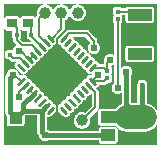
<source format=gtl>
G04 ---------------------------- Layer name :TOP LAYER*
G04 EasyEDA v5.8.22, Tue, 04 Dec 2018 17:39:39 GMT*
G04 4fbf827f123344ad86e77e575569ff78*
G04 Gerber Generator version 0.2*
G04 Scale: 100 percent, Rotated: No, Reflected: No *
G04 Dimensions in millimeters *
G04 leading zeros omitted , absolute positions ,3 integer and 3 decimal *
%FSLAX33Y33*%
%MOMM*%
G90*
G71D02*

%ADD11C,0.200000*%
%ADD12C,0.399999*%
%ADD13C,0.280010*%
%ADD14C,1.999996*%
%ADD15C,0.619760*%
%ADD16C,0.999998*%
%ADD17R,0.406400X0.350520*%
%ADD19R,0.899998X0.799998*%
%ADD20R,0.350520X0.406400*%
%ADD21R,1.999996X0.999998*%
%ADD22R,1.905000X0.990600*%
%ADD23R,1.193800X0.990600*%
%ADD24R,1.099998X0.999998*%

%LPD*%
G36*
G01X12999Y0D02*
G01X0Y0D01*
G01X0Y11999D01*
G01X12999Y11999D01*
G01X12999Y2893D01*
G01X12988Y2917D01*
G01X12983Y2926D01*
G01X12960Y2970D01*
G01X12955Y2979D01*
G01X12929Y3021D01*
G01X12923Y3030D01*
G01X12895Y3071D01*
G01X12889Y3079D01*
G01X12859Y3119D01*
G01X12853Y3126D01*
G01X12821Y3165D01*
G01X12814Y3172D01*
G01X12780Y3209D01*
G01X12773Y3216D01*
G01X12738Y3251D01*
G01X12730Y3257D01*
G01X12693Y3290D01*
G01X12685Y3297D01*
G01X12646Y3328D01*
G01X12638Y3334D01*
G01X12598Y3363D01*
G01X12590Y3369D01*
G01X12548Y3396D01*
G01X12539Y3401D01*
G01X12496Y3426D01*
G01X12487Y3431D01*
G01X12443Y3453D01*
G01X12434Y3458D01*
G01X12389Y3478D01*
G01X12379Y3482D01*
G01X12333Y3500D01*
G01X12324Y3504D01*
G01X12276Y3520D01*
G01X12267Y3522D01*
G01X12219Y3536D01*
G01X12209Y3538D01*
G01X12160Y3550D01*
G01X12151Y3552D01*
G01X12105Y3560D01*
G01X12105Y5124D01*
G01X12104Y5144D01*
G01X12103Y5164D01*
G01X12100Y5184D01*
G01X12097Y5204D01*
G01X12092Y5223D01*
G01X12087Y5242D01*
G01X12081Y5261D01*
G01X12080Y5263D01*
G01X12080Y5328D01*
G01X12080Y5337D01*
G01X12079Y5347D01*
G01X12078Y5356D01*
G01X12076Y5366D01*
G01X12074Y5375D01*
G01X12072Y5384D01*
G01X12069Y5393D01*
G01X12066Y5402D01*
G01X12062Y5411D01*
G01X12058Y5419D01*
G01X12053Y5428D01*
G01X12048Y5436D01*
G01X12043Y5444D01*
G01X12037Y5451D01*
G01X12031Y5459D01*
G01X12025Y5466D01*
G01X12018Y5472D01*
G01X12011Y5479D01*
G01X12004Y5485D01*
G01X11996Y5491D01*
G01X11988Y5496D01*
G01X11980Y5501D01*
G01X11972Y5505D01*
G01X11963Y5510D01*
G01X11954Y5513D01*
G01X11945Y5517D01*
G01X11936Y5520D01*
G01X11927Y5522D01*
G01X11918Y5524D01*
G01X11908Y5526D01*
G01X11899Y5527D01*
G01X11889Y5527D01*
G01X11880Y5528D01*
G01X11529Y5528D01*
G01X11520Y5527D01*
G01X11510Y5527D01*
G01X11501Y5526D01*
G01X11492Y5524D01*
G01X11482Y5522D01*
G01X11473Y5520D01*
G01X11464Y5517D01*
G01X11455Y5513D01*
G01X11446Y5510D01*
G01X11438Y5505D01*
G01X11429Y5501D01*
G01X11421Y5496D01*
G01X11413Y5491D01*
G01X11406Y5485D01*
G01X11398Y5479D01*
G01X11391Y5472D01*
G01X11385Y5466D01*
G01X11378Y5459D01*
G01X11372Y5451D01*
G01X11367Y5444D01*
G01X11361Y5436D01*
G01X11356Y5428D01*
G01X11352Y5419D01*
G01X11348Y5411D01*
G01X11344Y5402D01*
G01X11340Y5393D01*
G01X11338Y5384D01*
G01X11335Y5375D01*
G01X11333Y5366D01*
G01X11331Y5356D01*
G01X11330Y5347D01*
G01X11330Y5337D01*
G01X11329Y5328D01*
G01X11329Y5263D01*
G01X11329Y5261D01*
G01X11322Y5242D01*
G01X11317Y5223D01*
G01X11313Y5204D01*
G01X11309Y5184D01*
G01X11307Y5164D01*
G01X11305Y5144D01*
G01X11305Y5124D01*
G01X11305Y3574D01*
G01X10865Y3574D01*
G01X10774Y3665D01*
G01X10774Y5930D01*
G01X10798Y5961D01*
G01X10824Y6004D01*
G01X10847Y6050D01*
G01X10864Y6098D01*
G01X10877Y6148D01*
G01X10884Y6198D01*
G01X10887Y6249D01*
G01X10884Y6300D01*
G01X10877Y6351D01*
G01X10864Y6400D01*
G01X10847Y6448D01*
G01X10824Y6494D01*
G01X10798Y6538D01*
G01X10767Y6579D01*
G01X10732Y6616D01*
G01X10694Y6650D01*
G01X10652Y6680D01*
G01X10608Y6705D01*
G01X10562Y6726D01*
G01X10513Y6743D01*
G01X10463Y6754D01*
G01X10413Y6760D01*
G01X10362Y6762D01*
G01X10311Y6758D01*
G01X10260Y6749D01*
G01X10211Y6735D01*
G01X10164Y6717D01*
G01X10118Y6693D01*
G01X10075Y6665D01*
G01X10035Y6634D01*
G01X9999Y6598D01*
G01X9966Y6559D01*
G01X9937Y6517D01*
G01X9926Y6496D01*
G01X9926Y10318D01*
G01X9930Y10320D01*
G01X9938Y10324D01*
G01X9946Y10330D01*
G01X9953Y10336D01*
G01X9961Y10342D01*
G01X9968Y10348D01*
G01X9974Y10355D01*
G01X9981Y10362D01*
G01X9987Y10369D01*
G01X9993Y10377D01*
G01X9998Y10385D01*
G01X10003Y10393D01*
G01X10007Y10401D01*
G01X10012Y10410D01*
G01X10015Y10418D01*
G01X10019Y10427D01*
G01X10022Y10436D01*
G01X10024Y10446D01*
G01X10026Y10455D01*
G01X10028Y10464D01*
G01X10029Y10474D01*
G01X10029Y10483D01*
G01X10030Y10493D01*
G01X10030Y10843D01*
G01X10029Y10852D01*
G01X10029Y10862D01*
G01X10028Y10871D01*
G01X10026Y10881D01*
G01X10024Y10890D01*
G01X10022Y10899D01*
G01X10019Y10908D01*
G01X10015Y10917D01*
G01X10012Y10926D01*
G01X10007Y10934D01*
G01X10003Y10943D01*
G01X9998Y10951D01*
G01X9993Y10959D01*
G01X9987Y10966D01*
G01X9981Y10974D01*
G01X9974Y10981D01*
G01X9968Y10988D01*
G01X9961Y10994D01*
G01X9956Y10998D01*
G01X9961Y11002D01*
G01X9968Y11008D01*
G01X9974Y11015D01*
G01X9981Y11022D01*
G01X9986Y11028D01*
G01X10299Y11028D01*
G01X10299Y10548D01*
G01X10300Y10538D01*
G01X10300Y10529D01*
G01X10302Y10519D01*
G01X10303Y10510D01*
G01X10305Y10500D01*
G01X10308Y10491D01*
G01X10310Y10482D01*
G01X10314Y10473D01*
G01X10318Y10465D01*
G01X10322Y10456D01*
G01X10326Y10448D01*
G01X10331Y10439D01*
G01X10337Y10432D01*
G01X10342Y10424D01*
G01X10348Y10417D01*
G01X10355Y10410D01*
G01X10361Y10403D01*
G01X10369Y10396D01*
G01X10376Y10390D01*
G01X10383Y10385D01*
G01X10391Y10379D01*
G01X10399Y10374D01*
G01X10408Y10370D01*
G01X10416Y10366D01*
G01X10425Y10362D01*
G01X10434Y10359D01*
G01X10443Y10356D01*
G01X10452Y10353D01*
G01X10462Y10351D01*
G01X10471Y10350D01*
G01X10480Y10349D01*
G01X10490Y10348D01*
G01X10499Y10348D01*
G01X12499Y10348D01*
G01X12509Y10348D01*
G01X12518Y10349D01*
G01X12528Y10350D01*
G01X12537Y10351D01*
G01X12547Y10353D01*
G01X12556Y10356D01*
G01X12565Y10359D01*
G01X12574Y10362D01*
G01X12583Y10366D01*
G01X12591Y10370D01*
G01X12599Y10374D01*
G01X12608Y10379D01*
G01X12615Y10385D01*
G01X12623Y10390D01*
G01X12630Y10396D01*
G01X12637Y10403D01*
G01X12644Y10410D01*
G01X12651Y10417D01*
G01X12657Y10424D01*
G01X12662Y10432D01*
G01X12668Y10439D01*
G01X12673Y10448D01*
G01X12677Y10456D01*
G01X12681Y10465D01*
G01X12685Y10473D01*
G01X12688Y10482D01*
G01X12691Y10491D01*
G01X12694Y10500D01*
G01X12696Y10510D01*
G01X12697Y10519D01*
G01X12699Y10529D01*
G01X12699Y10538D01*
G01X12699Y10548D01*
G01X12699Y11548D01*
G01X12699Y11557D01*
G01X12699Y11567D01*
G01X12697Y11576D01*
G01X12696Y11585D01*
G01X12694Y11595D01*
G01X12691Y11604D01*
G01X12688Y11613D01*
G01X12685Y11622D01*
G01X12681Y11631D01*
G01X12677Y11639D01*
G01X12673Y11648D01*
G01X12668Y11656D01*
G01X12662Y11664D01*
G01X12657Y11671D01*
G01X12651Y11679D01*
G01X12644Y11686D01*
G01X12637Y11692D01*
G01X12630Y11699D01*
G01X12623Y11705D01*
G01X12615Y11711D01*
G01X12608Y11716D01*
G01X12599Y11721D01*
G01X12591Y11725D01*
G01X12583Y11730D01*
G01X12574Y11733D01*
G01X12565Y11737D01*
G01X12556Y11740D01*
G01X12547Y11742D01*
G01X12537Y11744D01*
G01X12528Y11746D01*
G01X12518Y11747D01*
G01X12509Y11747D01*
G01X12499Y11748D01*
G01X10499Y11748D01*
G01X10490Y11747D01*
G01X10480Y11747D01*
G01X10471Y11746D01*
G01X10462Y11744D01*
G01X10452Y11742D01*
G01X10443Y11740D01*
G01X10434Y11737D01*
G01X10425Y11733D01*
G01X10416Y11730D01*
G01X10408Y11725D01*
G01X10399Y11721D01*
G01X10391Y11716D01*
G01X10383Y11711D01*
G01X10376Y11705D01*
G01X10369Y11699D01*
G01X10361Y11692D01*
G01X10355Y11686D01*
G01X10348Y11679D01*
G01X10342Y11671D01*
G01X10337Y11664D01*
G01X10331Y11656D01*
G01X10326Y11648D01*
G01X10322Y11639D01*
G01X10318Y11631D01*
G01X10316Y11628D01*
G01X9986Y11628D01*
G01X9981Y11634D01*
G01X9974Y11641D01*
G01X9968Y11648D01*
G01X9961Y11655D01*
G01X9953Y11661D01*
G01X9946Y11666D01*
G01X9938Y11672D01*
G01X9930Y11677D01*
G01X9921Y11681D01*
G01X9913Y11685D01*
G01X9904Y11689D01*
G01X9895Y11692D01*
G01X9886Y11695D01*
G01X9877Y11698D01*
G01X9868Y11700D01*
G01X9858Y11701D01*
G01X9849Y11702D01*
G01X9839Y11703D01*
G01X9830Y11703D01*
G01X9423Y11703D01*
G01X9414Y11703D01*
G01X9404Y11702D01*
G01X9395Y11701D01*
G01X9385Y11700D01*
G01X9376Y11698D01*
G01X9367Y11695D01*
G01X9358Y11692D01*
G01X9349Y11689D01*
G01X9340Y11685D01*
G01X9332Y11681D01*
G01X9323Y11677D01*
G01X9315Y11672D01*
G01X9307Y11666D01*
G01X9300Y11661D01*
G01X9292Y11655D01*
G01X9285Y11648D01*
G01X9279Y11641D01*
G01X9272Y11634D01*
G01X9266Y11627D01*
G01X9260Y11619D01*
G01X9255Y11612D01*
G01X9250Y11603D01*
G01X9246Y11595D01*
G01X9241Y11586D01*
G01X9238Y11578D01*
G01X9234Y11569D01*
G01X9231Y11560D01*
G01X9229Y11551D01*
G01X9227Y11541D01*
G01X9225Y11532D01*
G01X9224Y11522D01*
G01X9224Y11513D01*
G01X9223Y11503D01*
G01X9223Y11153D01*
G01X9224Y11143D01*
G01X9224Y11134D01*
G01X9225Y11124D01*
G01X9227Y11115D01*
G01X9229Y11106D01*
G01X9231Y11097D01*
G01X9234Y11087D01*
G01X9238Y11079D01*
G01X9241Y11070D01*
G01X9246Y11061D01*
G01X9250Y11053D01*
G01X9255Y11045D01*
G01X9260Y11037D01*
G01X9266Y11029D01*
G01X9272Y11022D01*
G01X9279Y11015D01*
G01X9285Y11008D01*
G01X9292Y11002D01*
G01X9297Y10998D01*
G01X9292Y10994D01*
G01X9285Y10988D01*
G01X9279Y10981D01*
G01X9272Y10974D01*
G01X9266Y10966D01*
G01X9260Y10959D01*
G01X9255Y10951D01*
G01X9250Y10943D01*
G01X9246Y10934D01*
G01X9241Y10926D01*
G01X9238Y10917D01*
G01X9234Y10908D01*
G01X9231Y10899D01*
G01X9229Y10890D01*
G01X9227Y10881D01*
G01X9225Y10871D01*
G01X9224Y10862D01*
G01X9224Y10852D01*
G01X9223Y10843D01*
G01X9223Y10493D01*
G01X9224Y10483D01*
G01X9224Y10474D01*
G01X9225Y10464D01*
G01X9227Y10455D01*
G01X9229Y10446D01*
G01X9231Y10436D01*
G01X9234Y10427D01*
G01X9238Y10418D01*
G01X9241Y10410D01*
G01X9246Y10401D01*
G01X9250Y10393D01*
G01X9255Y10385D01*
G01X9260Y10377D01*
G01X9266Y10369D01*
G01X9272Y10362D01*
G01X9279Y10355D01*
G01X9285Y10348D01*
G01X9292Y10342D01*
G01X9300Y10336D01*
G01X9307Y10330D01*
G01X9315Y10324D01*
G01X9323Y10320D01*
G01X9326Y10318D01*
G01X9326Y7644D01*
G01X9319Y7650D01*
G01X9277Y7680D01*
G01X9233Y7705D01*
G01X9187Y7726D01*
G01X9138Y7743D01*
G01X9088Y7754D01*
G01X9038Y7760D01*
G01X8987Y7762D01*
G01X8936Y7758D01*
G01X8885Y7749D01*
G01X8836Y7735D01*
G01X8789Y7717D01*
G01X8743Y7693D01*
G01X8700Y7665D01*
G01X8660Y7634D01*
G01X8624Y7598D01*
G01X8591Y7559D01*
G01X8562Y7517D01*
G01X8538Y7472D01*
G01X8518Y7425D01*
G01X8503Y7376D01*
G01X8493Y7326D01*
G01X8488Y7275D01*
G01X8488Y7224D01*
G01X8493Y7173D01*
G01X8496Y7159D01*
G01X8494Y7156D01*
G01X8488Y7146D01*
G01X8482Y7136D01*
G01X8477Y7125D01*
G01X8472Y7114D01*
G01X8468Y7103D01*
G01X8464Y7092D01*
G01X8461Y7081D01*
G01X8458Y7070D01*
G01X8455Y7058D01*
G01X8453Y7046D01*
G01X8452Y7035D01*
G01X8450Y7023D01*
G01X8450Y7011D01*
G01X8449Y6999D01*
G01X8449Y6865D01*
G01X8090Y6865D01*
G01X8089Y6867D01*
G01X8086Y6877D01*
G01X8084Y6885D01*
G01X8081Y6896D01*
G01X8078Y6903D01*
G01X8074Y6913D01*
G01X8071Y6920D01*
G01X8066Y6930D01*
G01X8063Y6937D01*
G01X8058Y6947D01*
G01X8055Y6953D01*
G01X8048Y6963D01*
G01X8044Y6970D01*
G01X8038Y6979D01*
G01X8034Y6985D01*
G01X8027Y6994D01*
G01X8022Y7000D01*
G01X8015Y7008D01*
G01X8010Y7014D01*
G01X8003Y7022D01*
G01X7997Y7027D01*
G01X7989Y7035D01*
G01X7983Y7040D01*
G01X7975Y7047D01*
G01X7969Y7052D01*
G01X7960Y7059D01*
G01X7954Y7063D01*
G01X7945Y7069D01*
G01X7939Y7073D01*
G01X7928Y7079D01*
G01X7922Y7083D01*
G01X7912Y7088D01*
G01X7906Y7091D01*
G01X7895Y7096D01*
G01X7888Y7099D01*
G01X7878Y7103D01*
G01X7871Y7106D01*
G01X7860Y7109D01*
G01X7852Y7111D01*
G01X7842Y7114D01*
G01X7835Y7116D01*
G01X7824Y7118D01*
G01X7816Y7120D01*
G01X7805Y7121D01*
G01X7797Y7122D01*
G01X7787Y7123D01*
G01X7779Y7124D01*
G01X7768Y7124D01*
G01X7760Y7124D01*
G01X7750Y7124D01*
G01X7745Y7124D01*
G01X7745Y7128D01*
G01X7746Y7139D01*
G01X7745Y7147D01*
G01X7745Y7158D01*
G01X7744Y7165D01*
G01X7743Y7176D01*
G01X7743Y7184D01*
G01X7741Y7195D01*
G01X7739Y7202D01*
G01X7737Y7214D01*
G01X7735Y7221D01*
G01X7733Y7231D01*
G01X7730Y7239D01*
G01X7727Y7250D01*
G01X7724Y7257D01*
G01X7720Y7267D01*
G01X7717Y7274D01*
G01X7713Y7284D01*
G01X7709Y7291D01*
G01X7704Y7300D01*
G01X7701Y7307D01*
G01X7695Y7317D01*
G01X7690Y7324D01*
G01X7685Y7332D01*
G01X7680Y7339D01*
G01X7673Y7348D01*
G01X7668Y7354D01*
G01X7662Y7362D01*
G01X7656Y7368D01*
G01X7649Y7376D01*
G01X7643Y7381D01*
G01X7635Y7389D01*
G01X7629Y7394D01*
G01X7621Y7401D01*
G01X7615Y7406D01*
G01X7606Y7413D01*
G01X7600Y7417D01*
G01X7591Y7423D01*
G01X7585Y7427D01*
G01X7575Y7433D01*
G01X7568Y7437D01*
G01X7559Y7442D01*
G01X7552Y7445D01*
G01X7542Y7450D01*
G01X7534Y7453D01*
G01X7524Y7457D01*
G01X7517Y7459D01*
G01X7506Y7463D01*
G01X7499Y7465D01*
G01X7489Y7468D01*
G01X7481Y7470D01*
G01X7470Y7472D01*
G01X7462Y7473D01*
G01X7451Y7475D01*
G01X7444Y7476D01*
G01X7433Y7477D01*
G01X7425Y7478D01*
G01X7414Y7478D01*
G01X7406Y7478D01*
G01X7396Y7478D01*
G01X7391Y7478D01*
G01X7392Y7482D01*
G01X7392Y7493D01*
G01X7392Y7500D01*
G01X7391Y7512D01*
G01X7391Y7519D01*
G01X7390Y7530D01*
G01X7389Y7538D01*
G01X7387Y7549D01*
G01X7386Y7556D01*
G01X7383Y7567D01*
G01X7382Y7575D01*
G01X7379Y7585D01*
G01X7377Y7592D01*
G01X7373Y7603D01*
G01X7370Y7611D01*
G01X7366Y7621D01*
G01X7363Y7628D01*
G01X7359Y7638D01*
G01X7355Y7645D01*
G01X7351Y7654D01*
G01X7347Y7661D01*
G01X7341Y7671D01*
G01X7337Y7678D01*
G01X7331Y7686D01*
G01X7326Y7692D01*
G01X7320Y7702D01*
G01X7315Y7708D01*
G01X7308Y7716D01*
G01X7303Y7722D01*
G01X7295Y7730D01*
G01X7289Y7735D01*
G01X7281Y7743D01*
G01X7276Y7748D01*
G01X7267Y7755D01*
G01X7261Y7760D01*
G01X7252Y7767D01*
G01X7246Y7771D01*
G01X7237Y7777D01*
G01X7231Y7781D01*
G01X7221Y7787D01*
G01X7214Y7791D01*
G01X7205Y7796D01*
G01X7198Y7799D01*
G01X7188Y7804D01*
G01X7181Y7807D01*
G01X7170Y7811D01*
G01X7163Y7813D01*
G01X7152Y7817D01*
G01X7145Y7819D01*
G01X7135Y7822D01*
G01X7127Y7824D01*
G01X7116Y7826D01*
G01X7108Y7827D01*
G01X7097Y7829D01*
G01X7090Y7830D01*
G01X7079Y7831D01*
G01X7071Y7831D01*
G01X7060Y7832D01*
G01X7053Y7832D01*
G01X7042Y7832D01*
G01X7038Y7832D01*
G01X7038Y7836D01*
G01X7038Y7847D01*
G01X7038Y7854D01*
G01X7037Y7865D01*
G01X7037Y7873D01*
G01X7036Y7884D01*
G01X7035Y7891D01*
G01X7033Y7902D01*
G01X7032Y7910D01*
G01X7030Y7921D01*
G01X7028Y7929D01*
G01X7025Y7939D01*
G01X7023Y7946D01*
G01X7019Y7957D01*
G01X7017Y7964D01*
G01X7013Y7975D01*
G01X7010Y7982D01*
G01X7005Y7992D01*
G01X7002Y7999D01*
G01X6997Y8008D01*
G01X6993Y8015D01*
G01X6987Y8025D01*
G01X6983Y8031D01*
G01X6977Y8040D01*
G01X6973Y8046D01*
G01X6966Y8055D01*
G01X6961Y8061D01*
G01X6954Y8070D01*
G01X6949Y8075D01*
G01X6941Y8083D01*
G01X6936Y8089D01*
G01X6928Y8097D01*
G01X6922Y8102D01*
G01X6914Y8109D01*
G01X6908Y8114D01*
G01X6898Y8120D01*
G01X6892Y8125D01*
G01X6884Y8131D01*
G01X6877Y8135D01*
G01X6867Y8141D01*
G01X6860Y8145D01*
G01X6851Y8149D01*
G01X6844Y8153D01*
G01X6834Y8157D01*
G01X6827Y8160D01*
G01X6817Y8164D01*
G01X6809Y8167D01*
G01X6798Y8171D01*
G01X6791Y8173D01*
G01X6781Y8176D01*
G01X6773Y8177D01*
G01X6762Y8180D01*
G01X6755Y8181D01*
G01X6744Y8183D01*
G01X6736Y8184D01*
G01X6725Y8185D01*
G01X6718Y8185D01*
G01X6706Y8186D01*
G01X6699Y8186D01*
G01X6688Y8186D01*
G01X6686Y8186D01*
G01X6686Y8188D01*
G01X6686Y8199D01*
G01X6686Y8206D01*
G01X6685Y8217D01*
G01X6685Y8225D01*
G01X6684Y8236D01*
G01X6683Y8243D01*
G01X6681Y8255D01*
G01X6680Y8262D01*
G01X6677Y8273D01*
G01X6676Y8281D01*
G01X6673Y8291D01*
G01X6671Y8298D01*
G01X6667Y8309D01*
G01X6665Y8317D01*
G01X6661Y8327D01*
G01X6658Y8334D01*
G01X6653Y8344D01*
G01X6649Y8351D01*
G01X6645Y8360D01*
G01X6641Y8367D01*
G01X6635Y8377D01*
G01X6631Y8383D01*
G01X6625Y8392D01*
G01X6620Y8398D01*
G01X6614Y8407D01*
G01X6609Y8413D01*
G01X6602Y8422D01*
G01X6597Y8427D01*
G01X6589Y8436D01*
G01X6584Y8441D01*
G01X6576Y8449D01*
G01X6570Y8454D01*
G01X6562Y8461D01*
G01X6555Y8466D01*
G01X6546Y8472D01*
G01X6540Y8477D01*
G01X6532Y8483D01*
G01X6525Y8487D01*
G01X6515Y8493D01*
G01X6508Y8497D01*
G01X6499Y8501D01*
G01X6492Y8505D01*
G01X6482Y8509D01*
G01X6475Y8512D01*
G01X6465Y8516D01*
G01X6457Y8519D01*
G01X6446Y8523D01*
G01X6439Y8525D01*
G01X6429Y8528D01*
G01X6421Y8529D01*
G01X6410Y8532D01*
G01X6403Y8533D01*
G01X6391Y8535D01*
G01X6384Y8536D01*
G01X6373Y8537D01*
G01X6366Y8537D01*
G01X6354Y8538D01*
G01X6347Y8538D01*
G01X6336Y8538D01*
G01X6332Y8538D01*
G01X6332Y8542D01*
G01X6332Y8552D01*
G01X6332Y8560D01*
G01X6332Y8571D01*
G01X6331Y8579D01*
G01X6330Y8590D01*
G01X6329Y8597D01*
G01X6327Y8608D01*
G01X6326Y8616D01*
G01X6324Y8627D01*
G01X6322Y8635D01*
G01X6319Y8645D01*
G01X6317Y8652D01*
G01X6313Y8663D01*
G01X6311Y8670D01*
G01X6307Y8680D01*
G01X6304Y8688D01*
G01X6299Y8698D01*
G01X6296Y8705D01*
G01X6291Y8714D01*
G01X6287Y8721D01*
G01X6281Y8731D01*
G01X6277Y8737D01*
G01X6271Y8746D01*
G01X6267Y8752D01*
G01X6260Y8761D01*
G01X6255Y8767D01*
G01X6248Y8775D01*
G01X6243Y8781D01*
G01X6235Y8789D01*
G01X6230Y8795D01*
G01X6222Y8802D01*
G01X6216Y8808D01*
G01X6208Y8815D01*
G01X6202Y8819D01*
G01X6193Y8826D01*
G01X6186Y8831D01*
G01X6178Y8837D01*
G01X6171Y8841D01*
G01X6161Y8847D01*
G01X6154Y8850D01*
G01X6145Y8855D01*
G01X6138Y8859D01*
G01X6128Y8863D01*
G01X6121Y8866D01*
G01X6111Y8870D01*
G01X6104Y8873D01*
G01X6092Y8877D01*
G01X6085Y8879D01*
G01X6075Y8881D01*
G01X6068Y8883D01*
G01X6056Y8886D01*
G01X6049Y8887D01*
G01X6038Y8889D01*
G01X6030Y8890D01*
G01X6019Y8891D01*
G01X6012Y8891D01*
G01X6001Y8892D01*
G01X5993Y8892D01*
G01X5982Y8892D01*
G01X5978Y8891D01*
G01X5978Y8896D01*
G01X5978Y8906D01*
G01X5978Y8914D01*
G01X5978Y8925D01*
G01X5977Y8933D01*
G01X5976Y8943D01*
G01X5975Y8951D01*
G01X5974Y8962D01*
G01X5972Y8970D01*
G01X5970Y8981D01*
G01X5968Y8988D01*
G01X5965Y8998D01*
G01X5963Y9006D01*
G01X5960Y9017D01*
G01X5957Y9024D01*
G01X5953Y9034D01*
G01X5950Y9041D01*
G01X5945Y9052D01*
G01X5942Y9059D01*
G01X5937Y9068D01*
G01X5933Y9074D01*
G01X5927Y9085D01*
G01X5923Y9091D01*
G01X5917Y9100D01*
G01X5913Y9106D01*
G01X5906Y9115D01*
G01X5901Y9121D01*
G01X5894Y9129D01*
G01X5889Y9135D01*
G01X5881Y9143D01*
G01X5876Y9149D01*
G01X5868Y9156D01*
G01X5862Y9161D01*
G01X5854Y9168D01*
G01X5848Y9173D01*
G01X5839Y9180D01*
G01X5833Y9185D01*
G01X5824Y9190D01*
G01X5817Y9194D01*
G01X5809Y9199D01*
G01X6875Y9199D01*
G01X7324Y8750D01*
G01X7324Y8665D01*
G01X7285Y8634D01*
G01X7249Y8598D01*
G01X7216Y8559D01*
G01X7187Y8517D01*
G01X7163Y8472D01*
G01X7143Y8425D01*
G01X7128Y8376D01*
G01X7118Y8326D01*
G01X7113Y8275D01*
G01X7113Y8224D01*
G01X7118Y8173D01*
G01X7128Y8123D01*
G01X7143Y8074D01*
G01X7163Y8027D01*
G01X7187Y7982D01*
G01X7216Y7940D01*
G01X7249Y7901D01*
G01X7285Y7865D01*
G01X7325Y7833D01*
G01X7368Y7806D01*
G01X7414Y7782D01*
G01X7461Y7764D01*
G01X7510Y7750D01*
G01X7561Y7741D01*
G01X7612Y7737D01*
G01X7663Y7738D01*
G01X7713Y7745D01*
G01X7763Y7756D01*
G01X7812Y7772D01*
G01X7858Y7793D01*
G01X7902Y7819D01*
G01X7944Y7849D01*
G01X7982Y7883D01*
G01X8017Y7920D01*
G01X8048Y7961D01*
G01X8074Y8004D01*
G01X8097Y8050D01*
G01X8114Y8098D01*
G01X8127Y8148D01*
G01X8134Y8198D01*
G01X8137Y8249D01*
G01X8134Y8300D01*
G01X8127Y8351D01*
G01X8114Y8400D01*
G01X8097Y8449D01*
G01X8074Y8495D01*
G01X8048Y8538D01*
G01X8017Y8579D01*
G01X7982Y8616D01*
G01X7944Y8650D01*
G01X7924Y8664D01*
G01X7924Y8874D01*
G01X7924Y8886D01*
G01X7924Y8898D01*
G01X7922Y8910D01*
G01X7921Y8921D01*
G01X7919Y8933D01*
G01X7916Y8945D01*
G01X7913Y8956D01*
G01X7910Y8967D01*
G01X7906Y8978D01*
G01X7902Y8989D01*
G01X7897Y9000D01*
G01X7892Y9011D01*
G01X7886Y9021D01*
G01X7880Y9031D01*
G01X7874Y9041D01*
G01X7867Y9051D01*
G01X7860Y9060D01*
G01X7853Y9069D01*
G01X7845Y9078D01*
G01X7837Y9087D01*
G01X7212Y9712D01*
G01X7203Y9720D01*
G01X7194Y9728D01*
G01X7185Y9735D01*
G01X7176Y9742D01*
G01X7166Y9749D01*
G01X7156Y9755D01*
G01X7146Y9761D01*
G01X7136Y9767D01*
G01X7125Y9772D01*
G01X7114Y9777D01*
G01X7103Y9781D01*
G01X7092Y9785D01*
G01X7081Y9788D01*
G01X7070Y9791D01*
G01X7058Y9794D01*
G01X7046Y9796D01*
G01X7035Y9797D01*
G01X7023Y9799D01*
G01X7011Y9799D01*
G01X6999Y9799D01*
G01X5525Y9799D01*
G01X5513Y9799D01*
G01X5501Y9799D01*
G01X5489Y9797D01*
G01X5478Y9796D01*
G01X5466Y9794D01*
G01X5455Y9791D01*
G01X5443Y9788D01*
G01X5432Y9785D01*
G01X5421Y9781D01*
G01X5410Y9777D01*
G01X5399Y9772D01*
G01X5388Y9767D01*
G01X5378Y9761D01*
G01X5368Y9755D01*
G01X5358Y9749D01*
G01X5348Y9742D01*
G01X5339Y9735D01*
G01X5330Y9728D01*
G01X5321Y9720D01*
G01X5312Y9712D01*
G01X5185Y9584D01*
G01X5182Y9583D01*
G01X5175Y9581D01*
G01X5165Y9578D01*
G01X5158Y9575D01*
G01X5147Y9570D01*
G01X5140Y9567D01*
G01X5130Y9562D01*
G01X5123Y9559D01*
G01X5114Y9553D01*
G01X5107Y9550D01*
G01X5098Y9543D01*
G01X5091Y9539D01*
G01X5082Y9533D01*
G01X5076Y9528D01*
G01X5068Y9521D01*
G01X5062Y9516D01*
G01X5054Y9509D01*
G01X5048Y9504D01*
G01X5044Y9500D01*
G01X4606Y9061D01*
G01X4601Y9057D01*
G01X4596Y9051D01*
G01X4589Y9044D01*
G01X4584Y9038D01*
G01X4577Y9029D01*
G01X4573Y9023D01*
G01X4566Y9014D01*
G01X4562Y9008D01*
G01X4556Y8998D01*
G01X4552Y8991D01*
G01X4547Y8982D01*
G01X4543Y8975D01*
G01X4538Y8965D01*
G01X4535Y8958D01*
G01X4531Y8948D01*
G01X4528Y8941D01*
G01X4524Y8931D01*
G01X4522Y8924D01*
G01X4519Y8912D01*
G01X4517Y8905D01*
G01X4514Y8895D01*
G01X4513Y8887D01*
G01X4511Y8876D01*
G01X4509Y8869D01*
G01X4508Y8857D01*
G01X4507Y8850D01*
G01X4507Y8838D01*
G01X4506Y8831D01*
G01X4506Y8820D01*
G01X4506Y8812D01*
G01X4507Y8801D01*
G01X4507Y8794D01*
G01X4508Y8783D01*
G01X4509Y8775D01*
G01X4511Y8764D01*
G01X4512Y8757D01*
G01X4515Y8746D01*
G01X4516Y8738D01*
G01X4519Y8728D01*
G01X4521Y8721D01*
G01X4525Y8710D01*
G01X4527Y8702D01*
G01X4531Y8692D01*
G01X4534Y8685D01*
G01X4539Y8675D01*
G01X4543Y8668D01*
G01X4547Y8659D01*
G01X4551Y8652D01*
G01X4557Y8642D01*
G01X4561Y8635D01*
G01X4567Y8627D01*
G01X4572Y8620D01*
G01X4578Y8611D01*
G01X4583Y8605D01*
G01X4590Y8597D01*
G01X4595Y8591D01*
G01X4603Y8583D01*
G01X4608Y8578D01*
G01X4617Y8570D01*
G01X4622Y8565D01*
G01X4631Y8558D01*
G01X4637Y8553D01*
G01X4646Y8546D01*
G01X4652Y8542D01*
G01X4660Y8536D01*
G01X4667Y8532D01*
G01X4677Y8526D01*
G01X4684Y8522D01*
G01X4693Y8517D01*
G01X4700Y8514D01*
G01X4710Y8509D01*
G01X4717Y8506D01*
G01X4727Y8502D01*
G01X4735Y8500D01*
G01X4746Y8496D01*
G01X4753Y8494D01*
G01X4763Y8491D01*
G01X4771Y8489D01*
G01X4782Y8487D01*
G01X4789Y8486D01*
G01X4801Y8484D01*
G01X4808Y8483D01*
G01X4819Y8482D01*
G01X4826Y8482D01*
G01X4838Y8481D01*
G01X4845Y8481D01*
G01X4856Y8481D01*
G01X4860Y8481D01*
G01X4860Y8477D01*
G01X4860Y8466D01*
G01X4860Y8459D01*
G01X4861Y8447D01*
G01X4861Y8440D01*
G01X4862Y8429D01*
G01X4863Y8422D01*
G01X4865Y8410D01*
G01X4866Y8403D01*
G01X4868Y8392D01*
G01X4870Y8384D01*
G01X4873Y8374D01*
G01X4875Y8367D01*
G01X4879Y8356D01*
G01X4881Y8348D01*
G01X4885Y8338D01*
G01X4888Y8331D01*
G01X4893Y8321D01*
G01X4896Y8314D01*
G01X4901Y8305D01*
G01X4905Y8298D01*
G01X4911Y8288D01*
G01X4915Y8282D01*
G01X4921Y8273D01*
G01X4925Y8267D01*
G01X4932Y8258D01*
G01X4937Y8252D01*
G01X4944Y8243D01*
G01X4949Y8238D01*
G01X4957Y8229D01*
G01X4962Y8224D01*
G01X4970Y8216D01*
G01X4976Y8211D01*
G01X4984Y8204D01*
G01X4990Y8199D01*
G01X4999Y8193D01*
G01X5006Y8188D01*
G01X5014Y8182D01*
G01X5021Y8178D01*
G01X5031Y8172D01*
G01X5038Y8168D01*
G01X5047Y8164D01*
G01X5054Y8160D01*
G01X5064Y8155D01*
G01X5071Y8152D01*
G01X5081Y8149D01*
G01X5088Y8146D01*
G01X5100Y8142D01*
G01X5107Y8140D01*
G01X5117Y8137D01*
G01X5125Y8136D01*
G01X5136Y8133D01*
G01X5143Y8132D01*
G01X5154Y8130D01*
G01X5162Y8129D01*
G01X5173Y8128D01*
G01X5180Y8128D01*
G01X5191Y8127D01*
G01X5199Y8127D01*
G01X5210Y8127D01*
G01X5214Y8127D01*
G01X5214Y8123D01*
G01X5214Y8113D01*
G01X5214Y8105D01*
G01X5214Y8094D01*
G01X5215Y8086D01*
G01X5216Y8075D01*
G01X5217Y8068D01*
G01X5218Y8057D01*
G01X5220Y8049D01*
G01X5222Y8038D01*
G01X5224Y8030D01*
G01X5227Y8020D01*
G01X5229Y8013D01*
G01X5233Y8002D01*
G01X5235Y7995D01*
G01X5239Y7984D01*
G01X5242Y7977D01*
G01X5247Y7967D01*
G01X5250Y7960D01*
G01X5255Y7951D01*
G01X5259Y7944D01*
G01X5265Y7934D01*
G01X5269Y7928D01*
G01X5275Y7919D01*
G01X5279Y7913D01*
G01X5286Y7904D01*
G01X5291Y7898D01*
G01X5298Y7889D01*
G01X5303Y7884D01*
G01X5311Y7876D01*
G01X5316Y7870D01*
G01X5324Y7863D01*
G01X5330Y7857D01*
G01X5338Y7850D01*
G01X5344Y7846D01*
G01X5353Y7839D01*
G01X5359Y7834D01*
G01X5368Y7828D01*
G01X5375Y7824D01*
G01X5385Y7818D01*
G01X5392Y7814D01*
G01X5401Y7810D01*
G01X5408Y7806D01*
G01X5418Y7802D01*
G01X5425Y7799D01*
G01X5435Y7795D01*
G01X5442Y7792D01*
G01X5453Y7788D01*
G01X5461Y7786D01*
G01X5471Y7784D01*
G01X5478Y7782D01*
G01X5489Y7779D01*
G01X5497Y7778D01*
G01X5508Y7776D01*
G01X5516Y7775D01*
G01X5526Y7774D01*
G01X5534Y7774D01*
G01X5545Y7773D01*
G01X5553Y7773D01*
G01X5564Y7773D01*
G01X5568Y7774D01*
G01X5568Y7769D01*
G01X5568Y7759D01*
G01X5568Y7751D01*
G01X5568Y7740D01*
G01X5569Y7732D01*
G01X5570Y7722D01*
G01X5571Y7714D01*
G01X5572Y7703D01*
G01X5574Y7695D01*
G01X5576Y7684D01*
G01X5578Y7677D01*
G01X5581Y7667D01*
G01X5583Y7659D01*
G01X5586Y7648D01*
G01X5589Y7641D01*
G01X5593Y7631D01*
G01X5596Y7624D01*
G01X5601Y7613D01*
G01X5604Y7606D01*
G01X5609Y7597D01*
G01X5612Y7591D01*
G01X5619Y7580D01*
G01X5623Y7574D01*
G01X5629Y7565D01*
G01X5633Y7559D01*
G01X5640Y7550D01*
G01X5645Y7544D01*
G01X5652Y7536D01*
G01X5657Y7530D01*
G01X5664Y7522D01*
G01X5670Y7516D01*
G01X5678Y7509D01*
G01X5684Y7504D01*
G01X5692Y7497D01*
G01X5698Y7492D01*
G01X5707Y7485D01*
G01X5713Y7480D01*
G01X5722Y7475D01*
G01X5728Y7470D01*
G01X5739Y7464D01*
G01X5745Y7461D01*
G01X5755Y7456D01*
G01X5761Y7452D01*
G01X5772Y7448D01*
G01X5779Y7445D01*
G01X5789Y7441D01*
G01X5796Y7438D01*
G01X5807Y7435D01*
G01X5815Y7432D01*
G01X5825Y7430D01*
G01X5832Y7428D01*
G01X5843Y7426D01*
G01X5851Y7424D01*
G01X5862Y7423D01*
G01X5870Y7422D01*
G01X5880Y7421D01*
G01X5888Y7420D01*
G01X5899Y7420D01*
G01X5907Y7420D01*
G01X5917Y7420D01*
G01X5920Y7420D01*
G01X5920Y7417D01*
G01X5920Y7407D01*
G01X5920Y7399D01*
G01X5920Y7388D01*
G01X5921Y7380D01*
G01X5922Y7370D01*
G01X5923Y7362D01*
G01X5924Y7351D01*
G01X5926Y7343D01*
G01X5928Y7332D01*
G01X5930Y7325D01*
G01X5933Y7314D01*
G01X5935Y7307D01*
G01X5938Y7296D01*
G01X5941Y7289D01*
G01X5945Y7279D01*
G01X5948Y7272D01*
G01X5953Y7261D01*
G01X5956Y7254D01*
G01X5961Y7245D01*
G01X5965Y7239D01*
G01X5971Y7228D01*
G01X5975Y7222D01*
G01X5981Y7213D01*
G01X5985Y7207D01*
G01X5992Y7198D01*
G01X5997Y7192D01*
G01X6004Y7184D01*
G01X6009Y7178D01*
G01X6016Y7170D01*
G01X6022Y7164D01*
G01X6030Y7157D01*
G01X6036Y7152D01*
G01X6044Y7145D01*
G01X6050Y7140D01*
G01X6059Y7133D01*
G01X6065Y7128D01*
G01X6074Y7123D01*
G01X6080Y7118D01*
G01X6091Y7112D01*
G01X6097Y7109D01*
G01X6107Y7104D01*
G01X6113Y7100D01*
G01X6124Y7096D01*
G01X6131Y7093D01*
G01X6141Y7089D01*
G01X6148Y7086D01*
G01X6159Y7083D01*
G01X6167Y7080D01*
G01X6177Y7078D01*
G01X6184Y7076D01*
G01X6195Y7074D01*
G01X6203Y7072D01*
G01X6214Y7071D01*
G01X6222Y7070D01*
G01X6232Y7069D01*
G01X6240Y7068D01*
G01X6251Y7068D01*
G01X6259Y7067D01*
G01X6269Y7068D01*
G01X6274Y7068D01*
G01X6274Y7063D01*
G01X6273Y7053D01*
G01X6274Y7045D01*
G01X6274Y7034D01*
G01X6275Y7026D01*
G01X6276Y7016D01*
G01X6277Y7008D01*
G01X6278Y6997D01*
G01X6280Y6989D01*
G01X6282Y6978D01*
G01X6284Y6971D01*
G01X6286Y6961D01*
G01X6289Y6953D01*
G01X6292Y6942D01*
G01X6295Y6935D01*
G01X6299Y6925D01*
G01X6302Y6918D01*
G01X6306Y6907D01*
G01X6310Y6901D01*
G01X6315Y6891D01*
G01X6318Y6885D01*
G01X6324Y6874D01*
G01X6329Y6868D01*
G01X6334Y6859D01*
G01X6339Y6853D01*
G01X6346Y6844D01*
G01X6351Y6838D01*
G01X6358Y6830D01*
G01X6363Y6824D01*
G01X6370Y6816D01*
G01X6376Y6810D01*
G01X6384Y6803D01*
G01X6390Y6798D01*
G01X6398Y6791D01*
G01X6404Y6786D01*
G01X6413Y6779D01*
G01X6419Y6775D01*
G01X6428Y6769D01*
G01X6434Y6765D01*
G01X6444Y6759D01*
G01X6451Y6755D01*
G01X6460Y6750D01*
G01X6467Y6747D01*
G01X6478Y6742D01*
G01X6485Y6739D01*
G01X6495Y6735D01*
G01X6502Y6732D01*
G01X6513Y6729D01*
G01X6520Y6727D01*
G01X6531Y6724D01*
G01X6538Y6722D01*
G01X6549Y6720D01*
G01X6557Y6718D01*
G01X6568Y6717D01*
G01X6576Y6716D01*
G01X6586Y6715D01*
G01X6594Y6714D01*
G01X6605Y6714D01*
G01X6613Y6714D01*
G01X6623Y6714D01*
G01X6628Y6714D01*
G01X6627Y6710D01*
G01X6627Y6699D01*
G01X6627Y6691D01*
G01X6628Y6680D01*
G01X6628Y6672D01*
G01X6629Y6662D01*
G01X6630Y6654D01*
G01X6632Y6643D01*
G01X6633Y6636D01*
G01X6636Y6624D01*
G01X6638Y6617D01*
G01X6640Y6607D01*
G01X6642Y6599D01*
G01X6646Y6588D01*
G01X6649Y6581D01*
G01X6653Y6571D01*
G01X6656Y6564D01*
G01X6660Y6554D01*
G01X6664Y6547D01*
G01X6668Y6538D01*
G01X6672Y6531D01*
G01X6678Y6521D01*
G01X6682Y6514D01*
G01X6688Y6506D01*
G01X6693Y6499D01*
G01X6700Y6490D01*
G01X6704Y6484D01*
G01X6711Y6476D01*
G01X6716Y6470D01*
G01X6724Y6462D01*
G01X6730Y6457D01*
G01X6738Y6449D01*
G01X6743Y6444D01*
G01X6752Y6437D01*
G01X6758Y6432D01*
G01X6767Y6425D01*
G01X6773Y6421D01*
G01X6782Y6415D01*
G01X6788Y6411D01*
G01X6798Y6405D01*
G01X6805Y6401D01*
G01X6814Y6396D01*
G01X6821Y6393D01*
G01X6831Y6388D01*
G01X6838Y6385D01*
G01X6849Y6381D01*
G01X6856Y6379D01*
G01X6867Y6375D01*
G01X6874Y6373D01*
G01X6884Y6370D01*
G01X6892Y6368D01*
G01X6903Y6366D01*
G01X6911Y6365D01*
G01X6922Y6363D01*
G01X6929Y6362D01*
G01X6940Y6361D01*
G01X6948Y6360D01*
G01X6959Y6360D01*
G01X6967Y6360D01*
G01X6977Y6360D01*
G01X6981Y6360D01*
G01X6981Y6356D01*
G01X6981Y6345D01*
G01X6981Y6338D01*
G01X6982Y6326D01*
G01X6982Y6319D01*
G01X6983Y6308D01*
G01X6984Y6300D01*
G01X6986Y6289D01*
G01X6987Y6282D01*
G01X6990Y6271D01*
G01X6991Y6263D01*
G01X6994Y6253D01*
G01X6996Y6246D01*
G01X7000Y6235D01*
G01X7002Y6227D01*
G01X7006Y6217D01*
G01X7009Y6210D01*
G01X7014Y6200D01*
G01X7017Y6193D01*
G01X7022Y6184D01*
G01X7026Y6177D01*
G01X7032Y6167D01*
G01X7036Y6160D01*
G01X7042Y6152D01*
G01X7047Y6145D01*
G01X7053Y6136D01*
G01X7058Y6130D01*
G01X7065Y6122D01*
G01X7070Y6116D01*
G01X7078Y6108D01*
G01X7083Y6103D01*
G01X7091Y6095D01*
G01X7097Y6090D01*
G01X7105Y6083D01*
G01X7112Y6078D01*
G01X7121Y6071D01*
G01X7127Y6067D01*
G01X7135Y6061D01*
G01X7142Y6057D01*
G01X7152Y6051D01*
G01X7159Y6047D01*
G01X7168Y6042D01*
G01X7175Y6039D01*
G01X7185Y6034D01*
G01X7192Y6031D01*
G01X7202Y6027D01*
G01X7210Y6025D01*
G01X7221Y6021D01*
G01X7228Y6019D01*
G01X7238Y6016D01*
G01X7246Y6014D01*
G01X7257Y6012D01*
G01X7264Y6011D01*
G01X7276Y6009D01*
G01X7283Y6008D01*
G01X7294Y6007D01*
G01X7301Y6007D01*
G01X7313Y6006D01*
G01X7320Y6006D01*
G01X7331Y6006D01*
G01X7339Y6006D01*
G01X7350Y6007D01*
G01X7357Y6008D01*
G01X7369Y6009D01*
G01X7376Y6010D01*
G01X7387Y6013D01*
G01X7395Y6014D01*
G01X7405Y6016D01*
G01X7412Y6018D01*
G01X7424Y6022D01*
G01X7431Y6024D01*
G01X7441Y6028D01*
G01X7448Y6031D01*
G01X7458Y6035D01*
G01X7465Y6038D01*
G01X7475Y6043D01*
G01X7482Y6047D01*
G01X7490Y6051D01*
G01X7488Y6025D01*
G01X7488Y5974D01*
G01X7490Y5948D01*
G01X7482Y5952D01*
G01X7475Y5956D01*
G01X7465Y5961D01*
G01X7458Y5964D01*
G01X7448Y5968D01*
G01X7441Y5971D01*
G01X7431Y5975D01*
G01X7424Y5977D01*
G01X7412Y5981D01*
G01X7405Y5983D01*
G01X7395Y5985D01*
G01X7387Y5986D01*
G01X7376Y5988D01*
G01X7369Y5990D01*
G01X7357Y5991D01*
G01X7350Y5992D01*
G01X7339Y5993D01*
G01X7331Y5993D01*
G01X7320Y5993D01*
G01X7313Y5993D01*
G01X7301Y5992D01*
G01X7294Y5992D01*
G01X7283Y5991D01*
G01X7276Y5990D01*
G01X7264Y5988D01*
G01X7257Y5987D01*
G01X7246Y5985D01*
G01X7238Y5983D01*
G01X7228Y5980D01*
G01X7221Y5978D01*
G01X7210Y5974D01*
G01X7202Y5972D01*
G01X7192Y5968D01*
G01X7185Y5965D01*
G01X7175Y5960D01*
G01X7168Y5957D01*
G01X7159Y5952D01*
G01X7152Y5948D01*
G01X7142Y5942D01*
G01X7135Y5938D01*
G01X7127Y5932D01*
G01X7121Y5928D01*
G01X7112Y5921D01*
G01X7105Y5916D01*
G01X7097Y5909D01*
G01X7091Y5904D01*
G01X7083Y5896D01*
G01X7078Y5891D01*
G01X7070Y5883D01*
G01X7065Y5877D01*
G01X7058Y5869D01*
G01X7053Y5863D01*
G01X7047Y5854D01*
G01X7042Y5847D01*
G01X7036Y5839D01*
G01X7032Y5832D01*
G01X7026Y5822D01*
G01X7022Y5815D01*
G01X7017Y5806D01*
G01X7014Y5799D01*
G01X7009Y5789D01*
G01X7006Y5782D01*
G01X7002Y5772D01*
G01X7000Y5764D01*
G01X6996Y5753D01*
G01X6994Y5746D01*
G01X6991Y5736D01*
G01X6990Y5728D01*
G01X6987Y5717D01*
G01X6986Y5710D01*
G01X6984Y5699D01*
G01X6983Y5691D01*
G01X6982Y5680D01*
G01X6982Y5673D01*
G01X6981Y5661D01*
G01X6981Y5654D01*
G01X6981Y5643D01*
G01X6981Y5639D01*
G01X6977Y5639D01*
G01X6967Y5639D01*
G01X6959Y5639D01*
G01X6948Y5639D01*
G01X6940Y5638D01*
G01X6929Y5637D01*
G01X6922Y5636D01*
G01X6911Y5634D01*
G01X6903Y5633D01*
G01X6892Y5631D01*
G01X6884Y5629D01*
G01X6874Y5626D01*
G01X6867Y5624D01*
G01X6856Y5620D01*
G01X6849Y5618D01*
G01X6838Y5614D01*
G01X6831Y5611D01*
G01X6821Y5606D01*
G01X6814Y5603D01*
G01X6805Y5598D01*
G01X6798Y5594D01*
G01X6788Y5588D01*
G01X6782Y5584D01*
G01X6773Y5578D01*
G01X6767Y5574D01*
G01X6758Y5567D01*
G01X6752Y5562D01*
G01X6743Y5555D01*
G01X6738Y5550D01*
G01X6730Y5542D01*
G01X6724Y5537D01*
G01X6716Y5529D01*
G01X6711Y5523D01*
G01X6704Y5515D01*
G01X6700Y5509D01*
G01X6693Y5500D01*
G01X6688Y5493D01*
G01X6682Y5485D01*
G01X6678Y5478D01*
G01X6672Y5468D01*
G01X6668Y5461D01*
G01X6664Y5452D01*
G01X6660Y5445D01*
G01X6656Y5435D01*
G01X6653Y5428D01*
G01X6649Y5418D01*
G01X6646Y5411D01*
G01X6642Y5400D01*
G01X6640Y5392D01*
G01X6638Y5382D01*
G01X6636Y5375D01*
G01X6633Y5363D01*
G01X6632Y5356D01*
G01X6630Y5345D01*
G01X6629Y5337D01*
G01X6628Y5327D01*
G01X6628Y5319D01*
G01X6627Y5308D01*
G01X6627Y5300D01*
G01X6627Y5289D01*
G01X6628Y5285D01*
G01X6623Y5285D01*
G01X6613Y5285D01*
G01X6605Y5285D01*
G01X6594Y5285D01*
G01X6586Y5284D01*
G01X6576Y5283D01*
G01X6568Y5282D01*
G01X6557Y5281D01*
G01X6549Y5279D01*
G01X6538Y5277D01*
G01X6531Y5275D01*
G01X6520Y5272D01*
G01X6513Y5270D01*
G01X6502Y5267D01*
G01X6495Y5264D01*
G01X6485Y5260D01*
G01X6478Y5257D01*
G01X6467Y5252D01*
G01X6460Y5249D01*
G01X6451Y5244D01*
G01X6444Y5240D01*
G01X6434Y5234D01*
G01X6428Y5230D01*
G01X6419Y5224D01*
G01X6413Y5220D01*
G01X6404Y5213D01*
G01X6398Y5208D01*
G01X6390Y5201D01*
G01X6384Y5196D01*
G01X6376Y5188D01*
G01X6370Y5183D01*
G01X6363Y5175D01*
G01X6358Y5169D01*
G01X6351Y5161D01*
G01X6346Y5155D01*
G01X6339Y5146D01*
G01X6334Y5140D01*
G01X6329Y5131D01*
G01X6324Y5124D01*
G01X6318Y5114D01*
G01X6315Y5108D01*
G01X6310Y5098D01*
G01X6306Y5091D01*
G01X6302Y5081D01*
G01X6299Y5074D01*
G01X6295Y5064D01*
G01X6292Y5057D01*
G01X6289Y5046D01*
G01X6286Y5038D01*
G01X6284Y5028D01*
G01X6282Y5021D01*
G01X6280Y5010D01*
G01X6278Y5002D01*
G01X6277Y4991D01*
G01X6276Y4983D01*
G01X6275Y4973D01*
G01X6274Y4965D01*
G01X6274Y4954D01*
G01X6273Y4946D01*
G01X6274Y4936D01*
G01X6274Y4931D01*
G01X6269Y4931D01*
G01X6259Y4932D01*
G01X6251Y4931D01*
G01X6240Y4931D01*
G01X6232Y4930D01*
G01X6222Y4929D01*
G01X6214Y4928D01*
G01X6203Y4927D01*
G01X6195Y4925D01*
G01X6184Y4923D01*
G01X6177Y4921D01*
G01X6167Y4919D01*
G01X6159Y4916D01*
G01X6148Y4913D01*
G01X6141Y4910D01*
G01X6131Y4906D01*
G01X6124Y4903D01*
G01X6113Y4899D01*
G01X6107Y4895D01*
G01X6097Y4890D01*
G01X6091Y4887D01*
G01X6080Y4881D01*
G01X6074Y4876D01*
G01X6065Y4871D01*
G01X6059Y4866D01*
G01X6050Y4859D01*
G01X6044Y4854D01*
G01X6036Y4847D01*
G01X6030Y4842D01*
G01X6022Y4835D01*
G01X6016Y4829D01*
G01X6009Y4821D01*
G01X6004Y4815D01*
G01X5997Y4807D01*
G01X5992Y4801D01*
G01X5985Y4792D01*
G01X5981Y4786D01*
G01X5975Y4777D01*
G01X5971Y4771D01*
G01X5965Y4760D01*
G01X5961Y4754D01*
G01X5956Y4745D01*
G01X5953Y4738D01*
G01X5948Y4727D01*
G01X5945Y4720D01*
G01X5941Y4710D01*
G01X5938Y4703D01*
G01X5935Y4692D01*
G01X5933Y4685D01*
G01X5930Y4674D01*
G01X5928Y4667D01*
G01X5926Y4656D01*
G01X5924Y4648D01*
G01X5923Y4637D01*
G01X5922Y4629D01*
G01X5921Y4619D01*
G01X5920Y4611D01*
G01X5920Y4600D01*
G01X5920Y4592D01*
G01X5920Y4582D01*
G01X5920Y4579D01*
G01X5917Y4579D01*
G01X5907Y4579D01*
G01X5899Y4579D01*
G01X5888Y4579D01*
G01X5880Y4578D01*
G01X5870Y4577D01*
G01X5862Y4576D01*
G01X5851Y4575D01*
G01X5843Y4573D01*
G01X5832Y4571D01*
G01X5825Y4569D01*
G01X5815Y4567D01*
G01X5807Y4564D01*
G01X5796Y4561D01*
G01X5789Y4558D01*
G01X5779Y4554D01*
G01X5772Y4551D01*
G01X5761Y4546D01*
G01X5755Y4543D01*
G01X5745Y4538D01*
G01X5739Y4535D01*
G01X5728Y4528D01*
G01X5722Y4524D01*
G01X5713Y4519D01*
G01X5707Y4514D01*
G01X5698Y4507D01*
G01X5692Y4502D01*
G01X5684Y4495D01*
G01X5678Y4490D01*
G01X5670Y4483D01*
G01X5664Y4477D01*
G01X5657Y4469D01*
G01X5652Y4463D01*
G01X5645Y4455D01*
G01X5640Y4449D01*
G01X5633Y4440D01*
G01X5629Y4434D01*
G01X5623Y4425D01*
G01X5619Y4419D01*
G01X5612Y4408D01*
G01X5609Y4402D01*
G01X5604Y4393D01*
G01X5601Y4386D01*
G01X5596Y4375D01*
G01X5593Y4368D01*
G01X5589Y4358D01*
G01X5586Y4351D01*
G01X5583Y4340D01*
G01X5581Y4332D01*
G01X5578Y4322D01*
G01X5576Y4315D01*
G01X5574Y4304D01*
G01X5572Y4296D01*
G01X5571Y4285D01*
G01X5570Y4277D01*
G01X5569Y4267D01*
G01X5568Y4259D01*
G01X5568Y4248D01*
G01X5568Y4240D01*
G01X5568Y4230D01*
G01X5568Y4225D01*
G01X5564Y4226D01*
G01X5553Y4226D01*
G01X5545Y4226D01*
G01X5534Y4225D01*
G01X5526Y4225D01*
G01X5516Y4224D01*
G01X5508Y4223D01*
G01X5497Y4221D01*
G01X5489Y4220D01*
G01X5478Y4217D01*
G01X5471Y4215D01*
G01X5461Y4213D01*
G01X5453Y4211D01*
G01X5442Y4207D01*
G01X5435Y4204D01*
G01X5425Y4200D01*
G01X5418Y4197D01*
G01X5408Y4193D01*
G01X5401Y4189D01*
G01X5392Y4185D01*
G01X5385Y4181D01*
G01X5375Y4175D01*
G01X5368Y4171D01*
G01X5359Y4165D01*
G01X5353Y4160D01*
G01X5344Y4153D01*
G01X5338Y4149D01*
G01X5330Y4142D01*
G01X5324Y4136D01*
G01X5316Y4129D01*
G01X5311Y4123D01*
G01X5303Y4115D01*
G01X5298Y4109D01*
G01X5291Y4101D01*
G01X5286Y4095D01*
G01X5279Y4086D01*
G01X5275Y4080D01*
G01X5269Y4071D01*
G01X5265Y4065D01*
G01X5259Y4055D01*
G01X5255Y4048D01*
G01X5250Y4039D01*
G01X5247Y4032D01*
G01X5242Y4022D01*
G01X5239Y4015D01*
G01X5235Y4004D01*
G01X5233Y3997D01*
G01X5229Y3986D01*
G01X5227Y3979D01*
G01X5224Y3969D01*
G01X5222Y3961D01*
G01X5220Y3950D01*
G01X5218Y3942D01*
G01X5217Y3931D01*
G01X5216Y3924D01*
G01X5215Y3913D01*
G01X5214Y3905D01*
G01X5214Y3894D01*
G01X5214Y3886D01*
G01X5214Y3876D01*
G01X5214Y3872D01*
G01X5210Y3872D01*
G01X5199Y3872D01*
G01X5191Y3872D01*
G01X5180Y3871D01*
G01X5173Y3871D01*
G01X5162Y3870D01*
G01X5154Y3869D01*
G01X5143Y3867D01*
G01X5136Y3866D01*
G01X5125Y3863D01*
G01X5117Y3862D01*
G01X5107Y3859D01*
G01X5100Y3857D01*
G01X5088Y3853D01*
G01X5081Y3850D01*
G01X5071Y3847D01*
G01X5064Y3844D01*
G01X5054Y3839D01*
G01X5047Y3835D01*
G01X5038Y3831D01*
G01X5031Y3827D01*
G01X5021Y3821D01*
G01X5014Y3817D01*
G01X5006Y3811D01*
G01X4999Y3806D01*
G01X4990Y3800D01*
G01X4984Y3795D01*
G01X4976Y3788D01*
G01X4970Y3783D01*
G01X4962Y3775D01*
G01X4957Y3770D01*
G01X4949Y3761D01*
G01X4944Y3756D01*
G01X4937Y3747D01*
G01X4932Y3741D01*
G01X4925Y3732D01*
G01X4921Y3726D01*
G01X4915Y3717D01*
G01X4911Y3711D01*
G01X4905Y3701D01*
G01X4901Y3694D01*
G01X4896Y3685D01*
G01X4893Y3678D01*
G01X4888Y3668D01*
G01X4885Y3661D01*
G01X4881Y3651D01*
G01X4879Y3643D01*
G01X4875Y3632D01*
G01X4873Y3625D01*
G01X4870Y3615D01*
G01X4868Y3607D01*
G01X4866Y3596D01*
G01X4865Y3589D01*
G01X4863Y3577D01*
G01X4862Y3570D01*
G01X4861Y3559D01*
G01X4861Y3551D01*
G01X4860Y3540D01*
G01X4860Y3533D01*
G01X4860Y3522D01*
G01X4860Y3518D01*
G01X4856Y3518D01*
G01X4845Y3518D01*
G01X4838Y3518D01*
G01X4826Y3517D01*
G01X4819Y3517D01*
G01X4808Y3516D01*
G01X4801Y3515D01*
G01X4789Y3513D01*
G01X4782Y3512D01*
G01X4771Y3510D01*
G01X4763Y3508D01*
G01X4753Y3505D01*
G01X4746Y3503D01*
G01X4735Y3499D01*
G01X4727Y3497D01*
G01X4717Y3493D01*
G01X4710Y3490D01*
G01X4700Y3485D01*
G01X4693Y3482D01*
G01X4684Y3477D01*
G01X4677Y3473D01*
G01X4667Y3467D01*
G01X4660Y3463D01*
G01X4652Y3457D01*
G01X4646Y3453D01*
G01X4637Y3446D01*
G01X4631Y3441D01*
G01X4622Y3434D01*
G01X4617Y3429D01*
G01X4608Y3421D01*
G01X4603Y3416D01*
G01X4595Y3408D01*
G01X4590Y3402D01*
G01X4583Y3394D01*
G01X4578Y3388D01*
G01X4572Y3379D01*
G01X4567Y3372D01*
G01X4561Y3364D01*
G01X4557Y3357D01*
G01X4551Y3347D01*
G01X4547Y3340D01*
G01X4543Y3331D01*
G01X4539Y3324D01*
G01X4534Y3314D01*
G01X4531Y3307D01*
G01X4527Y3297D01*
G01X4525Y3289D01*
G01X4521Y3278D01*
G01X4519Y3271D01*
G01X4516Y3261D01*
G01X4515Y3253D01*
G01X4512Y3242D01*
G01X4511Y3235D01*
G01X4509Y3224D01*
G01X4508Y3216D01*
G01X4507Y3205D01*
G01X4507Y3198D01*
G01X4506Y3186D01*
G01X4506Y3179D01*
G01X4506Y3168D01*
G01X4507Y3161D01*
G01X4507Y3149D01*
G01X4508Y3142D01*
G01X4509Y3130D01*
G01X4511Y3123D01*
G01X4513Y3112D01*
G01X4514Y3104D01*
G01X4517Y3094D01*
G01X4519Y3087D01*
G01X4522Y3075D01*
G01X4524Y3068D01*
G01X4528Y3058D01*
G01X4531Y3051D01*
G01X4535Y3041D01*
G01X4538Y3034D01*
G01X4543Y3024D01*
G01X4547Y3017D01*
G01X4552Y3008D01*
G01X4556Y3001D01*
G01X4562Y2991D01*
G01X4566Y2985D01*
G01X4573Y2976D01*
G01X4577Y2970D01*
G01X4584Y2961D01*
G01X4589Y2955D01*
G01X4596Y2948D01*
G01X4601Y2942D01*
G01X4606Y2938D01*
G01X5044Y2499D01*
G01X5048Y2495D01*
G01X5054Y2490D01*
G01X5062Y2483D01*
G01X5068Y2478D01*
G01X5076Y2471D01*
G01X5082Y2466D01*
G01X5091Y2460D01*
G01X5098Y2456D01*
G01X5107Y2449D01*
G01X5114Y2445D01*
G01X5123Y2440D01*
G01X5130Y2437D01*
G01X5140Y2432D01*
G01X5147Y2429D01*
G01X5158Y2424D01*
G01X5165Y2421D01*
G01X5175Y2418D01*
G01X5182Y2416D01*
G01X5193Y2412D01*
G01X5201Y2410D01*
G01X5210Y2408D01*
G01X5218Y2406D01*
G01X5229Y2404D01*
G01X5237Y2403D01*
G01X5248Y2402D01*
G01X5256Y2401D01*
G01X5267Y2400D01*
G01X5275Y2400D01*
G01X5285Y2400D01*
G01X5293Y2400D01*
G01X5304Y2400D01*
G01X5312Y2401D01*
G01X5322Y2402D01*
G01X5330Y2403D01*
G01X5341Y2404D01*
G01X5349Y2406D01*
G01X5360Y2408D01*
G01X5367Y2410D01*
G01X5377Y2413D01*
G01X5385Y2415D01*
G01X5396Y2418D01*
G01X5403Y2421D01*
G01X5413Y2425D01*
G01X5420Y2428D01*
G01X5431Y2433D01*
G01X5438Y2436D01*
G01X5447Y2441D01*
G01X5453Y2445D01*
G01X5464Y2451D01*
G01X5470Y2455D01*
G01X5479Y2461D01*
G01X5485Y2465D01*
G01X5494Y2472D01*
G01X5500Y2477D01*
G01X5508Y2484D01*
G01X5514Y2489D01*
G01X5522Y2497D01*
G01X5528Y2502D01*
G01X5535Y2510D01*
G01X5540Y2516D01*
G01X5547Y2524D01*
G01X5552Y2530D01*
G01X5559Y2539D01*
G01X5563Y2545D01*
G01X5569Y2554D01*
G01X5573Y2561D01*
G01X5580Y2571D01*
G01X5583Y2577D01*
G01X5588Y2587D01*
G01X5591Y2594D01*
G01X5596Y2604D01*
G01X5599Y2611D01*
G01X5603Y2621D01*
G01X5606Y2628D01*
G01X5609Y2639D01*
G01X5612Y2647D01*
G01X5614Y2657D01*
G01X5616Y2664D01*
G01X5618Y2675D01*
G01X5620Y2683D01*
G01X5621Y2694D01*
G01X5622Y2702D01*
G01X5623Y2712D01*
G01X5624Y2720D01*
G01X5624Y2731D01*
G01X5624Y2739D01*
G01X5624Y2750D01*
G01X5624Y2754D01*
G01X5628Y2754D01*
G01X5639Y2754D01*
G01X5647Y2754D01*
G01X5658Y2754D01*
G01X5666Y2755D01*
G01X5676Y2756D01*
G01X5684Y2757D01*
G01X5695Y2758D01*
G01X5703Y2760D01*
G01X5714Y2762D01*
G01X5721Y2764D01*
G01X5731Y2766D01*
G01X5739Y2769D01*
G01X5750Y2772D01*
G01X5757Y2775D01*
G01X5767Y2779D01*
G01X5774Y2782D01*
G01X5784Y2787D01*
G01X5791Y2790D01*
G01X5800Y2795D01*
G01X5807Y2798D01*
G01X5817Y2804D01*
G01X5824Y2809D01*
G01X5833Y2814D01*
G01X5839Y2819D01*
G01X5848Y2826D01*
G01X5854Y2831D01*
G01X5862Y2838D01*
G01X5868Y2843D01*
G01X5876Y2850D01*
G01X5881Y2856D01*
G01X5889Y2864D01*
G01X5894Y2870D01*
G01X5901Y2878D01*
G01X5906Y2884D01*
G01X5913Y2893D01*
G01X5917Y2899D01*
G01X5923Y2908D01*
G01X5927Y2914D01*
G01X5933Y2925D01*
G01X5937Y2931D01*
G01X5942Y2940D01*
G01X5945Y2947D01*
G01X5950Y2958D01*
G01X5953Y2965D01*
G01X5957Y2975D01*
G01X5960Y2982D01*
G01X5963Y2993D01*
G01X5965Y3001D01*
G01X5968Y3011D01*
G01X5970Y3018D01*
G01X5972Y3029D01*
G01X5974Y3037D01*
G01X5975Y3048D01*
G01X5976Y3056D01*
G01X5977Y3066D01*
G01X5978Y3074D01*
G01X5978Y3085D01*
G01X5978Y3093D01*
G01X5978Y3103D01*
G01X5978Y3108D01*
G01X5982Y3107D01*
G01X5993Y3107D01*
G01X6001Y3107D01*
G01X6012Y3108D01*
G01X6019Y3108D01*
G01X6030Y3109D01*
G01X6038Y3110D01*
G01X6049Y3112D01*
G01X6056Y3113D01*
G01X6068Y3116D01*
G01X6075Y3118D01*
G01X6085Y3120D01*
G01X6092Y3122D01*
G01X6104Y3126D01*
G01X6111Y3129D01*
G01X6121Y3133D01*
G01X6128Y3136D01*
G01X6138Y3140D01*
G01X6145Y3144D01*
G01X6154Y3148D01*
G01X6161Y3152D01*
G01X6171Y3158D01*
G01X6178Y3162D01*
G01X6186Y3168D01*
G01X6193Y3173D01*
G01X6202Y3180D01*
G01X6208Y3184D01*
G01X6216Y3191D01*
G01X6222Y3197D01*
G01X6230Y3204D01*
G01X6235Y3210D01*
G01X6243Y3218D01*
G01X6248Y3223D01*
G01X6255Y3232D01*
G01X6260Y3238D01*
G01X6267Y3247D01*
G01X6271Y3253D01*
G01X6277Y3262D01*
G01X6281Y3268D01*
G01X6287Y3278D01*
G01X6291Y3285D01*
G01X6296Y3294D01*
G01X6299Y3301D01*
G01X6304Y3311D01*
G01X6307Y3318D01*
G01X6311Y3329D01*
G01X6313Y3336D01*
G01X6317Y3347D01*
G01X6319Y3354D01*
G01X6322Y3364D01*
G01X6324Y3372D01*
G01X6326Y3383D01*
G01X6327Y3391D01*
G01X6329Y3402D01*
G01X6330Y3409D01*
G01X6331Y3420D01*
G01X6332Y3428D01*
G01X6332Y3439D01*
G01X6332Y3447D01*
G01X6332Y3457D01*
G01X6332Y3461D01*
G01X6336Y3461D01*
G01X6347Y3461D01*
G01X6354Y3461D01*
G01X6366Y3462D01*
G01X6373Y3462D01*
G01X6384Y3463D01*
G01X6391Y3464D01*
G01X6403Y3466D01*
G01X6410Y3467D01*
G01X6421Y3470D01*
G01X6429Y3471D01*
G01X6439Y3474D01*
G01X6446Y3476D01*
G01X6457Y3480D01*
G01X6465Y3483D01*
G01X6475Y3486D01*
G01X6482Y3489D01*
G01X6492Y3494D01*
G01X6499Y3498D01*
G01X6508Y3502D01*
G01X6515Y3506D01*
G01X6525Y3512D01*
G01X6532Y3516D01*
G01X6540Y3522D01*
G01X6546Y3527D01*
G01X6555Y3533D01*
G01X6562Y3538D01*
G01X6570Y3545D01*
G01X6576Y3550D01*
G01X6584Y3558D01*
G01X6589Y3563D01*
G01X6597Y3572D01*
G01X6602Y3577D01*
G01X6609Y3586D01*
G01X6614Y3592D01*
G01X6620Y3601D01*
G01X6625Y3607D01*
G01X6631Y3616D01*
G01X6635Y3622D01*
G01X6641Y3632D01*
G01X6645Y3639D01*
G01X6649Y3648D01*
G01X6653Y3655D01*
G01X6658Y3665D01*
G01X6661Y3672D01*
G01X6665Y3682D01*
G01X6667Y3690D01*
G01X6671Y3701D01*
G01X6673Y3708D01*
G01X6676Y3718D01*
G01X6677Y3726D01*
G01X6680Y3737D01*
G01X6681Y3744D01*
G01X6683Y3756D01*
G01X6684Y3763D01*
G01X6685Y3774D01*
G01X6685Y3782D01*
G01X6686Y3793D01*
G01X6686Y3800D01*
G01X6686Y3811D01*
G01X6686Y3813D01*
G01X6688Y3813D01*
G01X6699Y3813D01*
G01X6706Y3813D01*
G01X6718Y3814D01*
G01X6725Y3814D01*
G01X6736Y3815D01*
G01X6744Y3816D01*
G01X6755Y3818D01*
G01X6762Y3819D01*
G01X6773Y3822D01*
G01X6781Y3823D01*
G01X6791Y3826D01*
G01X6798Y3828D01*
G01X6809Y3832D01*
G01X6817Y3835D01*
G01X6827Y3839D01*
G01X6834Y3842D01*
G01X6844Y3846D01*
G01X6851Y3850D01*
G01X6860Y3854D01*
G01X6867Y3858D01*
G01X6877Y3864D01*
G01X6884Y3868D01*
G01X6892Y3874D01*
G01X6898Y3879D01*
G01X6908Y3885D01*
G01X6914Y3890D01*
G01X6922Y3897D01*
G01X6928Y3902D01*
G01X6936Y3910D01*
G01X6941Y3915D01*
G01X6949Y3924D01*
G01X6954Y3929D01*
G01X6961Y3938D01*
G01X6966Y3944D01*
G01X6973Y3953D01*
G01X6977Y3959D01*
G01X6983Y3968D01*
G01X6987Y3974D01*
G01X6993Y3984D01*
G01X6997Y3991D01*
G01X7002Y4000D01*
G01X7005Y4007D01*
G01X7010Y4017D01*
G01X7013Y4024D01*
G01X7017Y4034D01*
G01X7019Y4042D01*
G01X7023Y4053D01*
G01X7025Y4060D01*
G01X7028Y4070D01*
G01X7030Y4078D01*
G01X7032Y4089D01*
G01X7033Y4096D01*
G01X7035Y4108D01*
G01X7036Y4115D01*
G01X7037Y4126D01*
G01X7037Y4134D01*
G01X7038Y4145D01*
G01X7038Y4152D01*
G01X7038Y4163D01*
G01X7038Y4167D01*
G01X7042Y4167D01*
G01X7053Y4167D01*
G01X7060Y4167D01*
G01X7071Y4168D01*
G01X7079Y4168D01*
G01X7090Y4169D01*
G01X7097Y4170D01*
G01X7108Y4172D01*
G01X7116Y4173D01*
G01X7127Y4175D01*
G01X7135Y4177D01*
G01X7145Y4180D01*
G01X7152Y4182D01*
G01X7163Y4186D01*
G01X7170Y4188D01*
G01X7181Y4192D01*
G01X7188Y4195D01*
G01X7198Y4200D01*
G01X7205Y4203D01*
G01X7214Y4208D01*
G01X7221Y4212D01*
G01X7231Y4218D01*
G01X7237Y4222D01*
G01X7246Y4228D01*
G01X7252Y4232D01*
G01X7261Y4239D01*
G01X7267Y4244D01*
G01X7276Y4251D01*
G01X7281Y4256D01*
G01X7289Y4264D01*
G01X7295Y4269D01*
G01X7303Y4277D01*
G01X7308Y4283D01*
G01X7315Y4291D01*
G01X7320Y4297D01*
G01X7326Y4306D01*
G01X7331Y4313D01*
G01X7337Y4321D01*
G01X7341Y4328D01*
G01X7347Y4338D01*
G01X7351Y4345D01*
G01X7355Y4354D01*
G01X7359Y4361D01*
G01X7363Y4371D01*
G01X7366Y4378D01*
G01X7370Y4388D01*
G01X7373Y4396D01*
G01X7377Y4407D01*
G01X7379Y4414D01*
G01X7382Y4424D01*
G01X7383Y4432D01*
G01X7385Y4440D01*
G01X7449Y4375D01*
G01X7449Y3374D01*
G01X6861Y2785D01*
G01X6815Y2801D01*
G01X6747Y2816D01*
G01X6677Y2825D01*
G01X6607Y2827D01*
G01X6537Y2822D01*
G01X6468Y2809D01*
G01X6401Y2790D01*
G01X6336Y2765D01*
G01X6273Y2733D01*
G01X6214Y2695D01*
G01X6160Y2651D01*
G01X6110Y2602D01*
G01X6065Y2549D01*
G01X6025Y2491D01*
G01X5992Y2429D01*
G01X5964Y2365D01*
G01X5944Y2298D01*
G01X5930Y2229D01*
G01X5923Y2159D01*
G01X5923Y2089D01*
G01X5930Y2020D01*
G01X5944Y1951D01*
G01X5964Y1884D01*
G01X5992Y1820D01*
G01X6025Y1758D01*
G01X6065Y1700D01*
G01X6110Y1647D01*
G01X6160Y1598D01*
G01X6214Y1554D01*
G01X6273Y1516D01*
G01X6336Y1484D01*
G01X6401Y1459D01*
G01X6468Y1440D01*
G01X6537Y1427D01*
G01X6607Y1422D01*
G01X6677Y1424D01*
G01X6747Y1433D01*
G01X6815Y1448D01*
G01X6881Y1470D01*
G01X6945Y1499D01*
G01X7006Y1534D01*
G01X7063Y1575D01*
G01X7115Y1622D01*
G01X7163Y1673D01*
G01X7205Y1729D01*
G01X7242Y1788D01*
G01X7272Y1852D01*
G01X7296Y1917D01*
G01X7313Y1985D01*
G01X7324Y2055D01*
G01X7327Y2124D01*
G01X7324Y2194D01*
G01X7313Y2264D01*
G01X7296Y2332D01*
G01X7285Y2361D01*
G01X7962Y3037D01*
G01X7970Y3046D01*
G01X7978Y3055D01*
G01X7985Y3064D01*
G01X7992Y3073D01*
G01X7999Y3083D01*
G01X8005Y3093D01*
G01X8011Y3103D01*
G01X8017Y3113D01*
G01X8022Y3124D01*
G01X8027Y3135D01*
G01X8031Y3146D01*
G01X8035Y3157D01*
G01X8038Y3168D01*
G01X8041Y3179D01*
G01X8044Y3191D01*
G01X8046Y3202D01*
G01X8047Y3214D01*
G01X8049Y3226D01*
G01X8049Y3238D01*
G01X8049Y3249D01*
G01X8049Y4499D01*
G01X8049Y4511D01*
G01X8049Y4523D01*
G01X8047Y4535D01*
G01X8046Y4546D01*
G01X8044Y4558D01*
G01X8041Y4569D01*
G01X8038Y4581D01*
G01X8035Y4592D01*
G01X8031Y4603D01*
G01X8027Y4614D01*
G01X8022Y4625D01*
G01X8017Y4636D01*
G01X8011Y4646D01*
G01X8005Y4656D01*
G01X7999Y4666D01*
G01X7992Y4676D01*
G01X7985Y4685D01*
G01X7978Y4694D01*
G01X7970Y4703D01*
G01X7962Y4712D01*
G01X7797Y4877D01*
G01X7797Y4877D01*
G01X7805Y4878D01*
G01X7816Y4879D01*
G01X7824Y4881D01*
G01X7835Y4883D01*
G01X7842Y4885D01*
G01X7852Y4888D01*
G01X7860Y4890D01*
G01X7871Y4893D01*
G01X7878Y4896D01*
G01X7888Y4900D01*
G01X7895Y4903D01*
G01X7906Y4908D01*
G01X7912Y4911D01*
G01X7922Y4916D01*
G01X7928Y4920D01*
G01X7939Y4926D01*
G01X7945Y4930D01*
G01X7954Y4936D01*
G01X7960Y4940D01*
G01X7969Y4947D01*
G01X7975Y4952D01*
G01X7983Y4959D01*
G01X7989Y4964D01*
G01X7997Y4972D01*
G01X8003Y4977D01*
G01X8010Y4985D01*
G01X8015Y4991D01*
G01X8022Y4999D01*
G01X8027Y5005D01*
G01X8034Y5014D01*
G01X8038Y5020D01*
G01X8044Y5029D01*
G01X8048Y5036D01*
G01X8055Y5046D01*
G01X8058Y5052D01*
G01X8063Y5062D01*
G01X8066Y5069D01*
G01X8071Y5079D01*
G01X8074Y5086D01*
G01X8078Y5096D01*
G01X8081Y5103D01*
G01X8084Y5114D01*
G01X8086Y5122D01*
G01X8089Y5132D01*
G01X8090Y5134D01*
G01X8514Y5134D01*
G01X8526Y5134D01*
G01X8538Y5135D01*
G01X8549Y5136D01*
G01X8561Y5137D01*
G01X8573Y5139D01*
G01X8584Y5142D01*
G01X8595Y5145D01*
G01X8607Y5148D01*
G01X8618Y5152D01*
G01X8629Y5157D01*
G01X8640Y5161D01*
G01X8650Y5166D01*
G01X8661Y5172D01*
G01X8671Y5178D01*
G01X8681Y5184D01*
G01X8690Y5191D01*
G01X8700Y5198D01*
G01X8709Y5206D01*
G01X8718Y5213D01*
G01X8726Y5222D01*
G01X8799Y5294D01*
G01X8953Y5294D01*
G01X8962Y5295D01*
G01X8972Y5295D01*
G01X8981Y5296D01*
G01X8991Y5298D01*
G01X9000Y5300D01*
G01X9009Y5302D01*
G01X9018Y5305D01*
G01X9027Y5309D01*
G01X9036Y5312D01*
G01X9044Y5317D01*
G01X9053Y5321D01*
G01X9061Y5326D01*
G01X9069Y5331D01*
G01X9076Y5337D01*
G01X9084Y5343D01*
G01X9091Y5350D01*
G01X9097Y5356D01*
G01X9104Y5363D01*
G01X9110Y5371D01*
G01X9116Y5378D01*
G01X9121Y5386D01*
G01X9126Y5394D01*
G01X9130Y5403D01*
G01X9135Y5411D01*
G01X9138Y5420D01*
G01X9142Y5429D01*
G01X9145Y5438D01*
G01X9147Y5447D01*
G01X9149Y5456D01*
G01X9151Y5466D01*
G01X9152Y5475D01*
G01X9152Y5485D01*
G01X9153Y5494D01*
G01X9153Y5844D01*
G01X9152Y5854D01*
G01X9152Y5863D01*
G01X9151Y5873D01*
G01X9149Y5882D01*
G01X9147Y5891D01*
G01X9145Y5901D01*
G01X9142Y5910D01*
G01X9138Y5919D01*
G01X9135Y5927D01*
G01X9130Y5936D01*
G01X9126Y5944D01*
G01X9121Y5952D01*
G01X9116Y5960D01*
G01X9110Y5968D01*
G01X9104Y5975D01*
G01X9097Y5982D01*
G01X9091Y5989D01*
G01X9084Y5995D01*
G01X9079Y5999D01*
G01X9084Y6003D01*
G01X9091Y6010D01*
G01X9097Y6016D01*
G01X9104Y6023D01*
G01X9110Y6031D01*
G01X9116Y6038D01*
G01X9121Y6046D01*
G01X9126Y6054D01*
G01X9130Y6063D01*
G01X9135Y6071D01*
G01X9138Y6080D01*
G01X9142Y6089D01*
G01X9145Y6098D01*
G01X9147Y6107D01*
G01X9149Y6117D01*
G01X9151Y6126D01*
G01X9152Y6135D01*
G01X9152Y6145D01*
G01X9153Y6154D01*
G01X9153Y6505D01*
G01X9152Y6514D01*
G01X9152Y6524D01*
G01X9151Y6533D01*
G01X9149Y6543D01*
G01X9147Y6552D01*
G01X9145Y6561D01*
G01X9142Y6570D01*
G01X9138Y6579D01*
G01X9135Y6588D01*
G01X9130Y6597D01*
G01X9126Y6605D01*
G01X9121Y6613D01*
G01X9116Y6621D01*
G01X9110Y6629D01*
G01X9104Y6636D01*
G01X9097Y6643D01*
G01X9091Y6650D01*
G01X9084Y6656D01*
G01X9076Y6662D01*
G01X9069Y6668D01*
G01X9061Y6673D01*
G01X9053Y6678D01*
G01X9049Y6680D01*
G01X9049Y6740D01*
G01X9088Y6745D01*
G01X9138Y6756D01*
G01X9187Y6772D01*
G01X9233Y6793D01*
G01X9277Y6819D01*
G01X9319Y6849D01*
G01X9326Y6855D01*
G01X9326Y5288D01*
G01X9287Y5257D01*
G01X9251Y5222D01*
G01X9218Y5182D01*
G01X9189Y5140D01*
G01X9165Y5095D01*
G01X9145Y5048D01*
G01X9130Y4999D01*
G01X9120Y4949D01*
G01X9115Y4899D01*
G01X9115Y4847D01*
G01X9120Y4797D01*
G01X9130Y4747D01*
G01X9145Y4698D01*
G01X9165Y4651D01*
G01X9189Y4606D01*
G01X9218Y4564D01*
G01X9251Y4524D01*
G01X9287Y4489D01*
G01X9327Y4457D01*
G01X9370Y4429D01*
G01X9416Y4406D01*
G01X9463Y4387D01*
G01X9512Y4373D01*
G01X9563Y4365D01*
G01X9614Y4361D01*
G01X9665Y4362D01*
G01X9715Y4368D01*
G01X9765Y4380D01*
G01X9814Y4396D01*
G01X9860Y4417D01*
G01X9905Y4443D01*
G01X9946Y4472D01*
G01X9974Y4497D01*
G01X9974Y3500D01*
G01X9975Y3489D01*
G01X9956Y3482D01*
G01X9947Y3478D01*
G01X9902Y3458D01*
G01X9893Y3453D01*
G01X9848Y3431D01*
G01X9840Y3426D01*
G01X9796Y3401D01*
G01X9788Y3396D01*
G01X9746Y3369D01*
G01X9738Y3363D01*
G01X9697Y3334D01*
G01X9689Y3328D01*
G01X9650Y3297D01*
G01X9643Y3290D01*
G01X9605Y3257D01*
G01X9598Y3251D01*
G01X9562Y3216D01*
G01X9555Y3209D01*
G01X9522Y3172D01*
G01X9515Y3165D01*
G01X9483Y3126D01*
G01X9477Y3119D01*
G01X9447Y3079D01*
G01X9441Y3071D01*
G01X9440Y3070D01*
G01X8183Y3070D01*
G01X8174Y3070D01*
G01X8164Y3069D01*
G01X8155Y3068D01*
G01X8146Y3066D01*
G01X8136Y3064D01*
G01X8127Y3062D01*
G01X8118Y3059D01*
G01X8109Y3055D01*
G01X8100Y3052D01*
G01X8092Y3048D01*
G01X8083Y3043D01*
G01X8075Y3038D01*
G01X8067Y3033D01*
G01X8060Y3027D01*
G01X8052Y3021D01*
G01X8045Y3015D01*
G01X8039Y3008D01*
G01X8032Y3001D01*
G01X8026Y2993D01*
G01X8020Y2986D01*
G01X8015Y2978D01*
G01X8010Y2970D01*
G01X8006Y2961D01*
G01X8001Y2953D01*
G01X7998Y2944D01*
G01X7994Y2935D01*
G01X7991Y2926D01*
G01X7989Y2917D01*
G01X7987Y2908D01*
G01X7985Y2898D01*
G01X7984Y2889D01*
G01X7984Y2879D01*
G01X7983Y2870D01*
G01X7983Y1879D01*
G01X7984Y1870D01*
G01X7984Y1860D01*
G01X7985Y1851D01*
G01X7987Y1841D01*
G01X7989Y1832D01*
G01X7991Y1823D01*
G01X7994Y1814D01*
G01X7998Y1805D01*
G01X8001Y1796D01*
G01X8006Y1788D01*
G01X8010Y1779D01*
G01X8015Y1771D01*
G01X8020Y1763D01*
G01X8026Y1756D01*
G01X8032Y1748D01*
G01X8039Y1741D01*
G01X8045Y1734D01*
G01X8052Y1728D01*
G01X8060Y1722D01*
G01X8067Y1716D01*
G01X8075Y1711D01*
G01X8083Y1706D01*
G01X8092Y1701D01*
G01X8100Y1697D01*
G01X8109Y1694D01*
G01X8118Y1690D01*
G01X8127Y1687D01*
G01X8136Y1685D01*
G01X8146Y1683D01*
G01X8155Y1681D01*
G01X8164Y1680D01*
G01X8174Y1679D01*
G01X8183Y1679D01*
G01X9440Y1679D01*
G01X9441Y1678D01*
G01X9447Y1670D01*
G01X9477Y1630D01*
G01X9483Y1622D01*
G01X9515Y1584D01*
G01X9522Y1577D01*
G01X9555Y1540D01*
G01X9562Y1533D01*
G01X9598Y1498D01*
G01X9605Y1491D01*
G01X9643Y1458D01*
G01X9650Y1452D01*
G01X9689Y1421D01*
G01X9697Y1415D01*
G01X9738Y1386D01*
G01X9746Y1380D01*
G01X9788Y1353D01*
G01X9796Y1348D01*
G01X9840Y1323D01*
G01X9848Y1318D01*
G01X9893Y1295D01*
G01X9902Y1291D01*
G01X9947Y1271D01*
G01X9956Y1267D01*
G01X10003Y1249D01*
G01X10012Y1245D01*
G01X10059Y1229D01*
G01X10069Y1226D01*
G01X10117Y1213D01*
G01X10127Y1210D01*
G01X10175Y1199D01*
G01X10185Y1197D01*
G01X10234Y1189D01*
G01X10244Y1187D01*
G01X10293Y1181D01*
G01X10303Y1180D01*
G01X10353Y1176D01*
G01X10363Y1176D01*
G01X10413Y1174D01*
G01X10418Y1174D01*
G01X11918Y1174D01*
G01X11923Y1174D01*
G01X11973Y1176D01*
G01X11983Y1176D01*
G01X12032Y1180D01*
G01X12042Y1181D01*
G01X12092Y1187D01*
G01X12102Y1189D01*
G01X12151Y1197D01*
G01X12160Y1199D01*
G01X12209Y1210D01*
G01X12219Y1213D01*
G01X12267Y1226D01*
G01X12276Y1229D01*
G01X12324Y1245D01*
G01X12333Y1249D01*
G01X12379Y1267D01*
G01X12389Y1271D01*
G01X12434Y1291D01*
G01X12443Y1295D01*
G01X12487Y1318D01*
G01X12496Y1323D01*
G01X12539Y1348D01*
G01X12548Y1353D01*
G01X12590Y1380D01*
G01X12598Y1386D01*
G01X12638Y1415D01*
G01X12646Y1421D01*
G01X12685Y1452D01*
G01X12693Y1458D01*
G01X12730Y1491D01*
G01X12738Y1498D01*
G01X12773Y1533D01*
G01X12780Y1540D01*
G01X12814Y1577D01*
G01X12821Y1584D01*
G01X12853Y1622D01*
G01X12859Y1630D01*
G01X12889Y1670D01*
G01X12895Y1678D01*
G01X12923Y1719D01*
G01X12929Y1728D01*
G01X12955Y1770D01*
G01X12960Y1779D01*
G01X12983Y1823D01*
G01X12988Y1831D01*
G01X12999Y1855D01*
G01X12999Y0D01*
G37*

%LPC*%
G36*
G01X8225Y155D02*
G01X8234Y155D01*
G01X9428Y155D01*
G01X9438Y155D01*
G01X9447Y156D01*
G01X9456Y157D01*
G01X9466Y159D01*
G01X9475Y161D01*
G01X9484Y163D01*
G01X9493Y166D01*
G01X9502Y170D01*
G01X9511Y173D01*
G01X9520Y177D01*
G01X9528Y182D01*
G01X9536Y187D01*
G01X9544Y192D01*
G01X9552Y198D01*
G01X9559Y204D01*
G01X9566Y210D01*
G01X9573Y217D01*
G01X9579Y224D01*
G01X9585Y232D01*
G01X9591Y239D01*
G01X9596Y247D01*
G01X9601Y255D01*
G01X9606Y264D01*
G01X9610Y272D01*
G01X9614Y281D01*
G01X9617Y290D01*
G01X9620Y299D01*
G01X9622Y308D01*
G01X9624Y317D01*
G01X9626Y327D01*
G01X9627Y336D01*
G01X9628Y346D01*
G01X9628Y355D01*
G01X9628Y1346D01*
G01X9628Y1355D01*
G01X9627Y1365D01*
G01X9626Y1374D01*
G01X9624Y1384D01*
G01X9622Y1393D01*
G01X9620Y1402D01*
G01X9617Y1411D01*
G01X9614Y1420D01*
G01X9610Y1429D01*
G01X9606Y1437D01*
G01X9601Y1446D01*
G01X9596Y1454D01*
G01X9591Y1462D01*
G01X9585Y1469D01*
G01X9579Y1477D01*
G01X9573Y1484D01*
G01X9566Y1491D01*
G01X9559Y1497D01*
G01X9552Y1503D01*
G01X9544Y1509D01*
G01X9536Y1514D01*
G01X9528Y1519D01*
G01X9520Y1524D01*
G01X9511Y1528D01*
G01X9502Y1531D01*
G01X9493Y1535D01*
G01X9484Y1538D01*
G01X9475Y1540D01*
G01X9466Y1542D01*
G01X9456Y1544D01*
G01X9447Y1545D01*
G01X9438Y1546D01*
G01X9428Y1546D01*
G01X8234Y1546D01*
G01X8225Y1546D01*
G01X8215Y1545D01*
G01X8206Y1544D01*
G01X8196Y1542D01*
G01X8187Y1540D01*
G01X8178Y1538D01*
G01X8169Y1535D01*
G01X8160Y1531D01*
G01X8151Y1528D01*
G01X8143Y1524D01*
G01X8134Y1519D01*
G01X8126Y1514D01*
G01X8118Y1509D01*
G01X8111Y1503D01*
G01X8103Y1497D01*
G01X8096Y1491D01*
G01X8089Y1484D01*
G01X8083Y1477D01*
G01X8077Y1469D01*
G01X8071Y1462D01*
G01X8066Y1454D01*
G01X8061Y1446D01*
G01X8056Y1437D01*
G01X8052Y1429D01*
G01X8049Y1420D01*
G01X8045Y1411D01*
G01X8042Y1402D01*
G01X8040Y1393D01*
G01X8038Y1384D01*
G01X8036Y1374D01*
G01X8035Y1365D01*
G01X8034Y1355D01*
G01X8034Y1346D01*
G01X8034Y1251D01*
G01X3847Y1251D01*
G01X3819Y1275D01*
G01X3778Y1305D01*
G01X3733Y1331D01*
G01X3687Y1352D01*
G01X3638Y1368D01*
G01X3622Y1372D01*
G01X3622Y2413D01*
G01X3632Y2410D01*
G01X3639Y2408D01*
G01X3650Y2406D01*
G01X3658Y2404D01*
G01X3669Y2403D01*
G01X3677Y2402D01*
G01X3687Y2401D01*
G01X3695Y2400D01*
G01X3706Y2400D01*
G01X3714Y2400D01*
G01X3724Y2400D01*
G01X3732Y2400D01*
G01X3743Y2401D01*
G01X3751Y2402D01*
G01X3762Y2403D01*
G01X3770Y2404D01*
G01X3781Y2406D01*
G01X3788Y2408D01*
G01X3798Y2410D01*
G01X3806Y2412D01*
G01X3817Y2416D01*
G01X3824Y2418D01*
G01X3834Y2421D01*
G01X3841Y2424D01*
G01X3852Y2429D01*
G01X3859Y2432D01*
G01X3869Y2437D01*
G01X3876Y2440D01*
G01X3885Y2445D01*
G01X3892Y2449D01*
G01X3901Y2456D01*
G01X3908Y2460D01*
G01X3916Y2466D01*
G01X3923Y2471D01*
G01X3931Y2478D01*
G01X3937Y2483D01*
G01X3945Y2490D01*
G01X3951Y2495D01*
G01X3955Y2499D01*
G01X4393Y2938D01*
G01X4398Y2942D01*
G01X4403Y2948D01*
G01X4410Y2955D01*
G01X4415Y2961D01*
G01X4422Y2970D01*
G01X4426Y2976D01*
G01X4433Y2985D01*
G01X4437Y2991D01*
G01X4443Y3001D01*
G01X4447Y3008D01*
G01X4452Y3017D01*
G01X4456Y3024D01*
G01X4461Y3034D01*
G01X4464Y3041D01*
G01X4468Y3051D01*
G01X4471Y3058D01*
G01X4475Y3068D01*
G01X4477Y3075D01*
G01X4480Y3087D01*
G01X4482Y3094D01*
G01X4485Y3104D01*
G01X4486Y3112D01*
G01X4488Y3123D01*
G01X4490Y3130D01*
G01X4491Y3142D01*
G01X4492Y3149D01*
G01X4492Y3161D01*
G01X4493Y3168D01*
G01X4493Y3179D01*
G01X4493Y3186D01*
G01X4492Y3198D01*
G01X4492Y3205D01*
G01X4491Y3216D01*
G01X4490Y3224D01*
G01X4488Y3235D01*
G01X4487Y3242D01*
G01X4484Y3253D01*
G01X4483Y3261D01*
G01X4480Y3271D01*
G01X4478Y3278D01*
G01X4474Y3289D01*
G01X4472Y3297D01*
G01X4468Y3307D01*
G01X4465Y3314D01*
G01X4460Y3324D01*
G01X4456Y3331D01*
G01X4452Y3340D01*
G01X4448Y3347D01*
G01X4442Y3357D01*
G01X4438Y3364D01*
G01X4432Y3372D01*
G01X4427Y3379D01*
G01X4421Y3388D01*
G01X4416Y3394D01*
G01X4409Y3402D01*
G01X4404Y3408D01*
G01X4396Y3416D01*
G01X4391Y3421D01*
G01X4382Y3429D01*
G01X4377Y3434D01*
G01X4368Y3441D01*
G01X4362Y3446D01*
G01X4353Y3453D01*
G01X4347Y3457D01*
G01X4339Y3463D01*
G01X4332Y3467D01*
G01X4322Y3473D01*
G01X4315Y3477D01*
G01X4306Y3482D01*
G01X4299Y3485D01*
G01X4289Y3490D01*
G01X4282Y3493D01*
G01X4272Y3497D01*
G01X4264Y3499D01*
G01X4253Y3503D01*
G01X4246Y3505D01*
G01X4236Y3508D01*
G01X4228Y3510D01*
G01X4217Y3512D01*
G01X4210Y3513D01*
G01X4198Y3515D01*
G01X4191Y3516D01*
G01X4180Y3517D01*
G01X4173Y3517D01*
G01X4161Y3518D01*
G01X4154Y3518D01*
G01X4143Y3518D01*
G01X4139Y3518D01*
G01X4139Y3522D01*
G01X4139Y3533D01*
G01X4139Y3540D01*
G01X4138Y3551D01*
G01X4138Y3559D01*
G01X4137Y3570D01*
G01X4136Y3577D01*
G01X4134Y3589D01*
G01X4133Y3596D01*
G01X4131Y3607D01*
G01X4129Y3615D01*
G01X4126Y3625D01*
G01X4124Y3632D01*
G01X4120Y3643D01*
G01X4118Y3651D01*
G01X4114Y3661D01*
G01X4111Y3668D01*
G01X4106Y3678D01*
G01X4103Y3685D01*
G01X4098Y3694D01*
G01X4094Y3701D01*
G01X4088Y3711D01*
G01X4084Y3717D01*
G01X4078Y3726D01*
G01X4074Y3732D01*
G01X4067Y3741D01*
G01X4062Y3747D01*
G01X4055Y3756D01*
G01X4050Y3761D01*
G01X4042Y3770D01*
G01X4037Y3775D01*
G01X4029Y3783D01*
G01X4023Y3788D01*
G01X4015Y3795D01*
G01X4009Y3800D01*
G01X4000Y3806D01*
G01X3993Y3811D01*
G01X3985Y3817D01*
G01X3978Y3821D01*
G01X3968Y3827D01*
G01X3961Y3831D01*
G01X3952Y3835D01*
G01X3945Y3839D01*
G01X3935Y3844D01*
G01X3928Y3847D01*
G01X3918Y3850D01*
G01X3910Y3853D01*
G01X3899Y3857D01*
G01X3892Y3859D01*
G01X3882Y3862D01*
G01X3874Y3863D01*
G01X3863Y3866D01*
G01X3856Y3867D01*
G01X3845Y3869D01*
G01X3837Y3870D01*
G01X3826Y3871D01*
G01X3819Y3871D01*
G01X3808Y3872D01*
G01X3800Y3872D01*
G01X3789Y3872D01*
G01X3785Y3872D01*
G01X3785Y3876D01*
G01X3785Y3886D01*
G01X3785Y3894D01*
G01X3785Y3905D01*
G01X3784Y3913D01*
G01X3783Y3924D01*
G01X3782Y3931D01*
G01X3780Y3942D01*
G01X3779Y3950D01*
G01X3777Y3961D01*
G01X3775Y3969D01*
G01X3772Y3979D01*
G01X3770Y3986D01*
G01X3766Y3997D01*
G01X3764Y4004D01*
G01X3760Y4015D01*
G01X3757Y4022D01*
G01X3752Y4032D01*
G01X3749Y4039D01*
G01X3744Y4048D01*
G01X3740Y4055D01*
G01X3734Y4065D01*
G01X3730Y4071D01*
G01X3724Y4080D01*
G01X3720Y4086D01*
G01X3713Y4095D01*
G01X3708Y4101D01*
G01X3701Y4109D01*
G01X3696Y4115D01*
G01X3688Y4123D01*
G01X3683Y4129D01*
G01X3675Y4136D01*
G01X3669Y4142D01*
G01X3661Y4149D01*
G01X3655Y4153D01*
G01X3646Y4160D01*
G01X3639Y4165D01*
G01X3631Y4171D01*
G01X3624Y4175D01*
G01X3614Y4181D01*
G01X3607Y4185D01*
G01X3598Y4189D01*
G01X3591Y4193D01*
G01X3581Y4197D01*
G01X3574Y4200D01*
G01X3564Y4204D01*
G01X3557Y4207D01*
G01X3546Y4211D01*
G01X3538Y4213D01*
G01X3528Y4215D01*
G01X3521Y4217D01*
G01X3510Y4220D01*
G01X3502Y4221D01*
G01X3491Y4223D01*
G01X3483Y4224D01*
G01X3473Y4225D01*
G01X3465Y4225D01*
G01X3454Y4226D01*
G01X3446Y4226D01*
G01X3435Y4226D01*
G01X3431Y4225D01*
G01X3431Y4230D01*
G01X3431Y4240D01*
G01X3431Y4248D01*
G01X3431Y4259D01*
G01X3430Y4267D01*
G01X3429Y4277D01*
G01X3428Y4285D01*
G01X3427Y4296D01*
G01X3425Y4304D01*
G01X3423Y4315D01*
G01X3421Y4322D01*
G01X3418Y4332D01*
G01X3416Y4340D01*
G01X3413Y4351D01*
G01X3410Y4358D01*
G01X3406Y4368D01*
G01X3403Y4375D01*
G01X3398Y4386D01*
G01X3395Y4393D01*
G01X3390Y4402D01*
G01X3386Y4408D01*
G01X3380Y4419D01*
G01X3376Y4425D01*
G01X3370Y4434D01*
G01X3366Y4440D01*
G01X3359Y4449D01*
G01X3354Y4455D01*
G01X3347Y4463D01*
G01X3342Y4469D01*
G01X3335Y4477D01*
G01X3329Y4483D01*
G01X3321Y4490D01*
G01X3315Y4495D01*
G01X3307Y4502D01*
G01X3301Y4507D01*
G01X3292Y4514D01*
G01X3286Y4519D01*
G01X3277Y4524D01*
G01X3271Y4528D01*
G01X3260Y4535D01*
G01X3254Y4538D01*
G01X3244Y4543D01*
G01X3238Y4546D01*
G01X3227Y4551D01*
G01X3220Y4554D01*
G01X3210Y4558D01*
G01X3203Y4561D01*
G01X3192Y4564D01*
G01X3184Y4567D01*
G01X3174Y4569D01*
G01X3167Y4571D01*
G01X3156Y4573D01*
G01X3148Y4575D01*
G01X3137Y4576D01*
G01X3129Y4577D01*
G01X3119Y4578D01*
G01X3111Y4579D01*
G01X3100Y4579D01*
G01X3092Y4579D01*
G01X3082Y4579D01*
G01X3079Y4579D01*
G01X3079Y4582D01*
G01X3079Y4592D01*
G01X3079Y4600D01*
G01X3079Y4611D01*
G01X3078Y4619D01*
G01X3077Y4629D01*
G01X3076Y4637D01*
G01X3075Y4648D01*
G01X3073Y4656D01*
G01X3071Y4667D01*
G01X3069Y4674D01*
G01X3066Y4685D01*
G01X3064Y4692D01*
G01X3061Y4703D01*
G01X3058Y4710D01*
G01X3054Y4720D01*
G01X3051Y4727D01*
G01X3046Y4738D01*
G01X3043Y4745D01*
G01X3038Y4754D01*
G01X3034Y4760D01*
G01X3028Y4771D01*
G01X3024Y4777D01*
G01X3018Y4786D01*
G01X3014Y4792D01*
G01X3007Y4801D01*
G01X3002Y4807D01*
G01X2995Y4815D01*
G01X2990Y4821D01*
G01X2983Y4829D01*
G01X2977Y4835D01*
G01X2969Y4842D01*
G01X2963Y4847D01*
G01X2955Y4854D01*
G01X2949Y4859D01*
G01X2940Y4866D01*
G01X2934Y4871D01*
G01X2925Y4876D01*
G01X2918Y4881D01*
G01X2908Y4887D01*
G01X2902Y4890D01*
G01X2892Y4895D01*
G01X2885Y4899D01*
G01X2875Y4903D01*
G01X2868Y4906D01*
G01X2858Y4910D01*
G01X2851Y4913D01*
G01X2840Y4916D01*
G01X2832Y4919D01*
G01X2822Y4921D01*
G01X2815Y4923D01*
G01X2804Y4925D01*
G01X2796Y4927D01*
G01X2785Y4928D01*
G01X2777Y4929D01*
G01X2767Y4930D01*
G01X2759Y4931D01*
G01X2748Y4931D01*
G01X2740Y4932D01*
G01X2730Y4931D01*
G01X2725Y4931D01*
G01X2725Y4936D01*
G01X2726Y4946D01*
G01X2725Y4954D01*
G01X2725Y4965D01*
G01X2724Y4973D01*
G01X2723Y4983D01*
G01X2722Y4991D01*
G01X2721Y5002D01*
G01X2719Y5010D01*
G01X2717Y5021D01*
G01X2715Y5028D01*
G01X2713Y5038D01*
G01X2710Y5046D01*
G01X2707Y5057D01*
G01X2704Y5064D01*
G01X2700Y5074D01*
G01X2697Y5081D01*
G01X2693Y5091D01*
G01X2689Y5098D01*
G01X2684Y5108D01*
G01X2681Y5114D01*
G01X2675Y5124D01*
G01X2670Y5131D01*
G01X2665Y5140D01*
G01X2660Y5146D01*
G01X2653Y5155D01*
G01X2648Y5161D01*
G01X2641Y5169D01*
G01X2636Y5175D01*
G01X2629Y5183D01*
G01X2623Y5188D01*
G01X2615Y5196D01*
G01X2609Y5201D01*
G01X2601Y5208D01*
G01X2595Y5213D01*
G01X2586Y5220D01*
G01X2580Y5224D01*
G01X2571Y5230D01*
G01X2565Y5234D01*
G01X2554Y5240D01*
G01X2548Y5244D01*
G01X2539Y5249D01*
G01X2532Y5252D01*
G01X2521Y5257D01*
G01X2514Y5260D01*
G01X2504Y5264D01*
G01X2497Y5267D01*
G01X2486Y5270D01*
G01X2479Y5272D01*
G01X2468Y5275D01*
G01X2461Y5277D01*
G01X2450Y5279D01*
G01X2442Y5281D01*
G01X2431Y5282D01*
G01X2423Y5283D01*
G01X2413Y5284D01*
G01X2405Y5285D01*
G01X2394Y5285D01*
G01X2386Y5285D01*
G01X2376Y5285D01*
G01X2371Y5285D01*
G01X2372Y5289D01*
G01X2372Y5300D01*
G01X2372Y5308D01*
G01X2371Y5319D01*
G01X2371Y5327D01*
G01X2370Y5337D01*
G01X2369Y5345D01*
G01X2367Y5356D01*
G01X2366Y5363D01*
G01X2363Y5375D01*
G01X2361Y5382D01*
G01X2359Y5392D01*
G01X2357Y5400D01*
G01X2353Y5411D01*
G01X2350Y5418D01*
G01X2346Y5428D01*
G01X2343Y5435D01*
G01X2339Y5445D01*
G01X2335Y5452D01*
G01X2331Y5461D01*
G01X2327Y5468D01*
G01X2321Y5478D01*
G01X2317Y5485D01*
G01X2311Y5493D01*
G01X2306Y5500D01*
G01X2299Y5509D01*
G01X2295Y5515D01*
G01X2288Y5523D01*
G01X2283Y5529D01*
G01X2275Y5537D01*
G01X2269Y5542D01*
G01X2261Y5550D01*
G01X2256Y5555D01*
G01X2247Y5562D01*
G01X2241Y5567D01*
G01X2232Y5574D01*
G01X2226Y5578D01*
G01X2217Y5584D01*
G01X2211Y5588D01*
G01X2201Y5594D01*
G01X2194Y5598D01*
G01X2185Y5603D01*
G01X2178Y5606D01*
G01X2168Y5611D01*
G01X2161Y5614D01*
G01X2150Y5618D01*
G01X2143Y5620D01*
G01X2132Y5624D01*
G01X2125Y5626D01*
G01X2115Y5629D01*
G01X2107Y5631D01*
G01X2096Y5633D01*
G01X2088Y5634D01*
G01X2077Y5636D01*
G01X2070Y5637D01*
G01X2059Y5638D01*
G01X2051Y5639D01*
G01X2040Y5639D01*
G01X2032Y5639D01*
G01X2022Y5639D01*
G01X2018Y5639D01*
G01X2018Y5643D01*
G01X2018Y5654D01*
G01X2018Y5661D01*
G01X2017Y5673D01*
G01X2017Y5680D01*
G01X2016Y5691D01*
G01X2015Y5699D01*
G01X2013Y5710D01*
G01X2012Y5717D01*
G01X2009Y5728D01*
G01X2008Y5736D01*
G01X2005Y5746D01*
G01X2003Y5753D01*
G01X1999Y5764D01*
G01X1997Y5772D01*
G01X1993Y5782D01*
G01X1990Y5789D01*
G01X1985Y5799D01*
G01X1981Y5806D01*
G01X1977Y5815D01*
G01X1973Y5822D01*
G01X1967Y5832D01*
G01X1963Y5839D01*
G01X1957Y5847D01*
G01X1952Y5854D01*
G01X1946Y5863D01*
G01X1941Y5869D01*
G01X1934Y5877D01*
G01X1929Y5883D01*
G01X1921Y5891D01*
G01X1916Y5896D01*
G01X1907Y5904D01*
G01X1902Y5909D01*
G01X1894Y5916D01*
G01X1887Y5921D01*
G01X1878Y5928D01*
G01X1872Y5932D01*
G01X1864Y5938D01*
G01X1857Y5942D01*
G01X1847Y5948D01*
G01X1840Y5952D01*
G01X1831Y5957D01*
G01X1824Y5960D01*
G01X1814Y5965D01*
G01X1807Y5968D01*
G01X1797Y5972D01*
G01X1789Y5974D01*
G01X1778Y5978D01*
G01X1771Y5980D01*
G01X1761Y5983D01*
G01X1753Y5985D01*
G01X1742Y5987D01*
G01X1735Y5988D01*
G01X1723Y5990D01*
G01X1716Y5991D01*
G01X1705Y5992D01*
G01X1698Y5992D01*
G01X1686Y5993D01*
G01X1679Y5993D01*
G01X1668Y5993D01*
G01X1660Y5993D01*
G01X1649Y5992D01*
G01X1642Y5991D01*
G01X1630Y5990D01*
G01X1623Y5988D01*
G01X1611Y5986D01*
G01X1604Y5985D01*
G01X1594Y5983D01*
G01X1587Y5981D01*
G01X1575Y5977D01*
G01X1568Y5975D01*
G01X1558Y5971D01*
G01X1551Y5968D01*
G01X1541Y5964D01*
G01X1534Y5961D01*
G01X1524Y5956D01*
G01X1517Y5952D01*
G01X1507Y5947D01*
G01X1501Y5943D01*
G01X1491Y5937D01*
G01X1485Y5933D01*
G01X1476Y5926D01*
G01X1470Y5922D01*
G01X1461Y5915D01*
G01X1455Y5910D01*
G01X1447Y5903D01*
G01X1442Y5898D01*
G01X1437Y5893D01*
G01X1431Y5887D01*
G01X1258Y6060D01*
G01X1252Y6101D01*
G01X1239Y6151D01*
G01X1222Y6199D01*
G01X1200Y6245D01*
G01X1173Y6288D01*
G01X1142Y6329D01*
G01X1107Y6366D01*
G01X1069Y6400D01*
G01X1028Y6430D01*
G01X983Y6455D01*
G01X937Y6476D01*
G01X888Y6493D01*
G01X839Y6504D01*
G01X788Y6510D01*
G01X737Y6512D01*
G01X686Y6508D01*
G01X636Y6499D01*
G01X586Y6485D01*
G01X539Y6467D01*
G01X493Y6443D01*
G01X450Y6416D01*
G01X410Y6384D01*
G01X374Y6348D01*
G01X341Y6309D01*
G01X312Y6267D01*
G01X288Y6222D01*
G01X268Y6175D01*
G01X253Y6126D01*
G01X243Y6076D01*
G01X241Y6057D01*
G01X217Y6032D01*
G01X207Y6023D01*
G01X198Y6012D01*
G01X189Y6002D01*
G01X181Y5991D01*
G01X173Y5980D01*
G01X165Y5969D01*
G01X158Y5957D01*
G01X151Y5946D01*
G01X144Y5933D01*
G01X138Y5921D01*
G01X133Y5909D01*
G01X127Y5896D01*
G01X123Y5883D01*
G01X118Y5870D01*
G01X114Y5857D01*
G01X111Y5844D01*
G01X108Y5831D01*
G01X105Y5817D01*
G01X103Y5804D01*
G01X102Y5790D01*
G01X100Y5777D01*
G01X100Y5763D01*
G01X99Y5749D01*
G01X99Y2825D01*
G01X100Y2811D01*
G01X100Y2797D01*
G01X102Y2784D01*
G01X103Y2770D01*
G01X105Y2757D01*
G01X108Y2743D01*
G01X111Y2730D01*
G01X114Y2717D01*
G01X118Y2704D01*
G01X123Y2691D01*
G01X127Y2678D01*
G01X133Y2665D01*
G01X138Y2653D01*
G01X144Y2640D01*
G01X151Y2628D01*
G01X158Y2617D01*
G01X165Y2605D01*
G01X173Y2594D01*
G01X181Y2583D01*
G01X189Y2572D01*
G01X198Y2562D01*
G01X207Y2551D01*
G01X217Y2542D01*
G01X249Y2509D01*
G01X249Y1825D01*
G01X250Y1815D01*
G01X250Y1806D01*
G01X252Y1796D01*
G01X253Y1787D01*
G01X255Y1777D01*
G01X258Y1768D01*
G01X260Y1759D01*
G01X264Y1750D01*
G01X268Y1742D01*
G01X272Y1733D01*
G01X276Y1725D01*
G01X281Y1716D01*
G01X287Y1709D01*
G01X292Y1701D01*
G01X298Y1694D01*
G01X305Y1687D01*
G01X311Y1680D01*
G01X319Y1673D01*
G01X326Y1667D01*
G01X333Y1662D01*
G01X341Y1656D01*
G01X349Y1651D01*
G01X358Y1647D01*
G01X366Y1643D01*
G01X375Y1639D01*
G01X384Y1636D01*
G01X393Y1633D01*
G01X402Y1630D01*
G01X412Y1628D01*
G01X421Y1627D01*
G01X430Y1626D01*
G01X440Y1625D01*
G01X449Y1625D01*
G01X1549Y1625D01*
G01X1559Y1625D01*
G01X1568Y1626D01*
G01X1578Y1627D01*
G01X1587Y1628D01*
G01X1597Y1630D01*
G01X1606Y1633D01*
G01X1615Y1636D01*
G01X1624Y1639D01*
G01X1633Y1643D01*
G01X1641Y1647D01*
G01X1649Y1651D01*
G01X1658Y1656D01*
G01X1665Y1662D01*
G01X1673Y1667D01*
G01X1680Y1673D01*
G01X1688Y1680D01*
G01X1694Y1687D01*
G01X1701Y1694D01*
G01X1707Y1701D01*
G01X1712Y1709D01*
G01X1718Y1716D01*
G01X1723Y1725D01*
G01X1727Y1733D01*
G01X1731Y1742D01*
G01X1735Y1750D01*
G01X1738Y1759D01*
G01X1741Y1768D01*
G01X1744Y1777D01*
G01X1746Y1787D01*
G01X1747Y1796D01*
G01X1749Y1806D01*
G01X1749Y1815D01*
G01X1749Y1825D01*
G01X1749Y2509D01*
G01X1795Y2555D01*
G01X2822Y2555D01*
G01X2822Y1152D01*
G01X2822Y1138D01*
G01X2823Y1125D01*
G01X2824Y1111D01*
G01X2826Y1098D01*
G01X2828Y1084D01*
G01X2830Y1071D01*
G01X2833Y1057D01*
G01X2837Y1044D01*
G01X2841Y1031D01*
G01X2845Y1018D01*
G01X2850Y1005D01*
G01X2855Y993D01*
G01X2861Y980D01*
G01X2867Y968D01*
G01X2873Y956D01*
G01X2880Y944D01*
G01X2888Y933D01*
G01X2895Y921D01*
G01X2903Y910D01*
G01X2912Y900D01*
G01X2921Y889D01*
G01X2930Y879D01*
G01X2939Y869D01*
G01X2991Y817D01*
G01X2993Y798D01*
G01X3003Y748D01*
G01X3018Y699D01*
G01X3038Y652D01*
G01X3062Y607D01*
G01X3091Y565D01*
G01X3124Y526D01*
G01X3161Y490D01*
G01X3201Y458D01*
G01X3243Y431D01*
G01X3289Y407D01*
G01X3336Y389D01*
G01X3386Y375D01*
G01X3436Y366D01*
G01X3487Y362D01*
G01X3538Y364D01*
G01X3589Y370D01*
G01X3638Y381D01*
G01X3687Y398D01*
G01X3733Y419D01*
G01X3778Y444D01*
G01X3787Y451D01*
G01X8034Y451D01*
G01X8034Y355D01*
G01X8034Y346D01*
G01X8035Y336D01*
G01X8036Y327D01*
G01X8038Y317D01*
G01X8040Y308D01*
G01X8042Y299D01*
G01X8045Y290D01*
G01X8049Y281D01*
G01X8052Y272D01*
G01X8056Y264D01*
G01X8061Y255D01*
G01X8066Y247D01*
G01X8071Y239D01*
G01X8077Y232D01*
G01X8083Y224D01*
G01X8089Y217D01*
G01X8096Y210D01*
G01X8103Y204D01*
G01X8111Y198D01*
G01X8118Y192D01*
G01X8126Y187D01*
G01X8134Y182D01*
G01X8143Y177D01*
G01X8151Y173D01*
G01X8160Y170D01*
G01X8169Y166D01*
G01X8178Y163D01*
G01X8187Y161D01*
G01X8196Y159D01*
G01X8206Y157D01*
G01X8215Y156D01*
G01X8225Y155D01*
G37*
G36*
G01X1668Y6006D02*
G01X1679Y6006D01*
G01X1686Y6006D01*
G01X1698Y6007D01*
G01X1705Y6007D01*
G01X1716Y6008D01*
G01X1723Y6009D01*
G01X1735Y6011D01*
G01X1742Y6012D01*
G01X1753Y6014D01*
G01X1761Y6016D01*
G01X1771Y6019D01*
G01X1778Y6021D01*
G01X1789Y6025D01*
G01X1797Y6027D01*
G01X1807Y6031D01*
G01X1814Y6034D01*
G01X1824Y6039D01*
G01X1831Y6042D01*
G01X1840Y6047D01*
G01X1847Y6051D01*
G01X1857Y6057D01*
G01X1864Y6061D01*
G01X1872Y6067D01*
G01X1878Y6071D01*
G01X1887Y6078D01*
G01X1894Y6083D01*
G01X1902Y6090D01*
G01X1907Y6095D01*
G01X1916Y6103D01*
G01X1921Y6108D01*
G01X1929Y6116D01*
G01X1934Y6122D01*
G01X1941Y6130D01*
G01X1946Y6136D01*
G01X1952Y6145D01*
G01X1957Y6152D01*
G01X1963Y6160D01*
G01X1967Y6167D01*
G01X1973Y6177D01*
G01X1977Y6184D01*
G01X1981Y6193D01*
G01X1985Y6200D01*
G01X1990Y6210D01*
G01X1993Y6217D01*
G01X1997Y6227D01*
G01X1999Y6235D01*
G01X2003Y6246D01*
G01X2005Y6253D01*
G01X2008Y6263D01*
G01X2009Y6271D01*
G01X2012Y6282D01*
G01X2013Y6289D01*
G01X2015Y6300D01*
G01X2016Y6308D01*
G01X2017Y6319D01*
G01X2017Y6326D01*
G01X2018Y6338D01*
G01X2018Y6345D01*
G01X2018Y6356D01*
G01X2018Y6360D01*
G01X2022Y6360D01*
G01X2032Y6360D01*
G01X2040Y6360D01*
G01X2051Y6360D01*
G01X2059Y6361D01*
G01X2070Y6362D01*
G01X2077Y6363D01*
G01X2088Y6365D01*
G01X2096Y6366D01*
G01X2107Y6368D01*
G01X2115Y6370D01*
G01X2125Y6373D01*
G01X2132Y6375D01*
G01X2143Y6379D01*
G01X2150Y6381D01*
G01X2161Y6385D01*
G01X2168Y6388D01*
G01X2178Y6393D01*
G01X2185Y6396D01*
G01X2194Y6401D01*
G01X2201Y6405D01*
G01X2211Y6411D01*
G01X2217Y6415D01*
G01X2226Y6421D01*
G01X2232Y6425D01*
G01X2241Y6432D01*
G01X2247Y6437D01*
G01X2256Y6444D01*
G01X2261Y6449D01*
G01X2269Y6457D01*
G01X2275Y6462D01*
G01X2283Y6470D01*
G01X2288Y6476D01*
G01X2295Y6484D01*
G01X2299Y6490D01*
G01X2306Y6499D01*
G01X2311Y6506D01*
G01X2317Y6514D01*
G01X2321Y6521D01*
G01X2327Y6531D01*
G01X2331Y6538D01*
G01X2335Y6547D01*
G01X2339Y6554D01*
G01X2343Y6564D01*
G01X2346Y6571D01*
G01X2350Y6581D01*
G01X2353Y6588D01*
G01X2357Y6599D01*
G01X2359Y6607D01*
G01X2361Y6617D01*
G01X2363Y6624D01*
G01X2366Y6636D01*
G01X2367Y6643D01*
G01X2369Y6654D01*
G01X2370Y6662D01*
G01X2371Y6672D01*
G01X2371Y6680D01*
G01X2372Y6691D01*
G01X2372Y6699D01*
G01X2372Y6710D01*
G01X2371Y6714D01*
G01X2376Y6714D01*
G01X2386Y6714D01*
G01X2394Y6714D01*
G01X2405Y6714D01*
G01X2413Y6715D01*
G01X2423Y6716D01*
G01X2431Y6717D01*
G01X2442Y6718D01*
G01X2450Y6720D01*
G01X2461Y6722D01*
G01X2468Y6724D01*
G01X2479Y6727D01*
G01X2486Y6729D01*
G01X2497Y6732D01*
G01X2504Y6735D01*
G01X2514Y6739D01*
G01X2521Y6742D01*
G01X2532Y6747D01*
G01X2539Y6750D01*
G01X2548Y6755D01*
G01X2554Y6759D01*
G01X2565Y6765D01*
G01X2571Y6769D01*
G01X2580Y6775D01*
G01X2586Y6779D01*
G01X2595Y6786D01*
G01X2601Y6791D01*
G01X2609Y6798D01*
G01X2615Y6803D01*
G01X2623Y6810D01*
G01X2629Y6816D01*
G01X2636Y6824D01*
G01X2641Y6830D01*
G01X2648Y6838D01*
G01X2653Y6844D01*
G01X2660Y6853D01*
G01X2665Y6859D01*
G01X2670Y6868D01*
G01X2675Y6874D01*
G01X2681Y6885D01*
G01X2684Y6891D01*
G01X2689Y6901D01*
G01X2693Y6907D01*
G01X2697Y6918D01*
G01X2700Y6925D01*
G01X2704Y6935D01*
G01X2707Y6942D01*
G01X2710Y6953D01*
G01X2713Y6961D01*
G01X2715Y6971D01*
G01X2717Y6978D01*
G01X2719Y6989D01*
G01X2721Y6997D01*
G01X2722Y7008D01*
G01X2723Y7016D01*
G01X2724Y7026D01*
G01X2725Y7034D01*
G01X2725Y7045D01*
G01X2726Y7053D01*
G01X2725Y7063D01*
G01X2725Y7068D01*
G01X2730Y7068D01*
G01X2740Y7067D01*
G01X2748Y7068D01*
G01X2759Y7068D01*
G01X2767Y7069D01*
G01X2777Y7070D01*
G01X2785Y7071D01*
G01X2796Y7072D01*
G01X2804Y7074D01*
G01X2815Y7076D01*
G01X2822Y7078D01*
G01X2832Y7080D01*
G01X2840Y7083D01*
G01X2851Y7086D01*
G01X2858Y7089D01*
G01X2868Y7093D01*
G01X2875Y7096D01*
G01X2885Y7100D01*
G01X2892Y7104D01*
G01X2902Y7109D01*
G01X2908Y7112D01*
G01X2918Y7118D01*
G01X2925Y7123D01*
G01X2934Y7128D01*
G01X2940Y7133D01*
G01X2949Y7140D01*
G01X2955Y7145D01*
G01X2963Y7152D01*
G01X2969Y7157D01*
G01X2977Y7164D01*
G01X2983Y7170D01*
G01X2990Y7178D01*
G01X2995Y7184D01*
G01X3002Y7192D01*
G01X3007Y7198D01*
G01X3014Y7207D01*
G01X3018Y7213D01*
G01X3024Y7222D01*
G01X3028Y7228D01*
G01X3034Y7239D01*
G01X3038Y7245D01*
G01X3043Y7254D01*
G01X3046Y7261D01*
G01X3051Y7272D01*
G01X3054Y7279D01*
G01X3058Y7289D01*
G01X3061Y7296D01*
G01X3064Y7307D01*
G01X3066Y7314D01*
G01X3069Y7325D01*
G01X3071Y7332D01*
G01X3073Y7343D01*
G01X3075Y7351D01*
G01X3076Y7362D01*
G01X3077Y7370D01*
G01X3078Y7380D01*
G01X3079Y7388D01*
G01X3079Y7399D01*
G01X3079Y7407D01*
G01X3079Y7417D01*
G01X3079Y7420D01*
G01X3082Y7420D01*
G01X3092Y7420D01*
G01X3100Y7420D01*
G01X3111Y7420D01*
G01X3119Y7421D01*
G01X3129Y7422D01*
G01X3137Y7423D01*
G01X3148Y7424D01*
G01X3156Y7426D01*
G01X3167Y7428D01*
G01X3174Y7430D01*
G01X3184Y7432D01*
G01X3192Y7435D01*
G01X3203Y7438D01*
G01X3210Y7441D01*
G01X3220Y7445D01*
G01X3227Y7448D01*
G01X3238Y7452D01*
G01X3244Y7456D01*
G01X3254Y7461D01*
G01X3260Y7464D01*
G01X3271Y7470D01*
G01X3277Y7475D01*
G01X3286Y7480D01*
G01X3292Y7485D01*
G01X3301Y7492D01*
G01X3307Y7497D01*
G01X3315Y7504D01*
G01X3321Y7509D01*
G01X3329Y7516D01*
G01X3335Y7522D01*
G01X3342Y7530D01*
G01X3347Y7536D01*
G01X3354Y7544D01*
G01X3359Y7550D01*
G01X3366Y7559D01*
G01X3370Y7565D01*
G01X3376Y7574D01*
G01X3380Y7580D01*
G01X3386Y7591D01*
G01X3390Y7597D01*
G01X3395Y7606D01*
G01X3398Y7613D01*
G01X3403Y7624D01*
G01X3406Y7631D01*
G01X3410Y7641D01*
G01X3413Y7648D01*
G01X3416Y7659D01*
G01X3418Y7667D01*
G01X3421Y7677D01*
G01X3423Y7684D01*
G01X3425Y7695D01*
G01X3427Y7703D01*
G01X3428Y7714D01*
G01X3429Y7722D01*
G01X3430Y7732D01*
G01X3431Y7740D01*
G01X3431Y7751D01*
G01X3431Y7759D01*
G01X3431Y7769D01*
G01X3431Y7774D01*
G01X3435Y7773D01*
G01X3446Y7773D01*
G01X3454Y7773D01*
G01X3465Y7774D01*
G01X3473Y7774D01*
G01X3483Y7775D01*
G01X3491Y7776D01*
G01X3502Y7778D01*
G01X3510Y7779D01*
G01X3521Y7782D01*
G01X3528Y7784D01*
G01X3538Y7786D01*
G01X3546Y7788D01*
G01X3557Y7792D01*
G01X3564Y7795D01*
G01X3574Y7799D01*
G01X3581Y7802D01*
G01X3591Y7806D01*
G01X3598Y7810D01*
G01X3607Y7814D01*
G01X3614Y7818D01*
G01X3624Y7824D01*
G01X3631Y7828D01*
G01X3639Y7834D01*
G01X3646Y7839D01*
G01X3655Y7846D01*
G01X3661Y7850D01*
G01X3669Y7857D01*
G01X3675Y7863D01*
G01X3683Y7870D01*
G01X3688Y7876D01*
G01X3696Y7884D01*
G01X3701Y7889D01*
G01X3708Y7898D01*
G01X3713Y7904D01*
G01X3720Y7913D01*
G01X3724Y7919D01*
G01X3730Y7928D01*
G01X3734Y7934D01*
G01X3740Y7944D01*
G01X3744Y7951D01*
G01X3749Y7960D01*
G01X3752Y7967D01*
G01X3757Y7977D01*
G01X3760Y7984D01*
G01X3764Y7995D01*
G01X3766Y8002D01*
G01X3770Y8013D01*
G01X3772Y8020D01*
G01X3775Y8030D01*
G01X3777Y8038D01*
G01X3779Y8049D01*
G01X3780Y8057D01*
G01X3782Y8068D01*
G01X3783Y8075D01*
G01X3784Y8086D01*
G01X3785Y8094D01*
G01X3785Y8105D01*
G01X3785Y8113D01*
G01X3785Y8123D01*
G01X3785Y8127D01*
G01X3789Y8127D01*
G01X3800Y8127D01*
G01X3808Y8127D01*
G01X3819Y8128D01*
G01X3826Y8128D01*
G01X3837Y8129D01*
G01X3845Y8130D01*
G01X3856Y8132D01*
G01X3863Y8133D01*
G01X3874Y8136D01*
G01X3882Y8137D01*
G01X3892Y8140D01*
G01X3899Y8142D01*
G01X3910Y8146D01*
G01X3918Y8149D01*
G01X3928Y8152D01*
G01X3935Y8155D01*
G01X3945Y8160D01*
G01X3952Y8164D01*
G01X3961Y8168D01*
G01X3968Y8172D01*
G01X3978Y8178D01*
G01X3985Y8182D01*
G01X3993Y8188D01*
G01X4000Y8193D01*
G01X4009Y8199D01*
G01X4015Y8204D01*
G01X4023Y8211D01*
G01X4029Y8216D01*
G01X4037Y8224D01*
G01X4042Y8229D01*
G01X4050Y8238D01*
G01X4055Y8243D01*
G01X4062Y8252D01*
G01X4067Y8258D01*
G01X4074Y8267D01*
G01X4078Y8273D01*
G01X4084Y8282D01*
G01X4088Y8288D01*
G01X4094Y8298D01*
G01X4098Y8305D01*
G01X4103Y8314D01*
G01X4106Y8321D01*
G01X4111Y8331D01*
G01X4114Y8338D01*
G01X4118Y8348D01*
G01X4120Y8356D01*
G01X4124Y8367D01*
G01X4126Y8374D01*
G01X4129Y8384D01*
G01X4131Y8392D01*
G01X4133Y8403D01*
G01X4134Y8410D01*
G01X4136Y8422D01*
G01X4137Y8429D01*
G01X4138Y8440D01*
G01X4138Y8447D01*
G01X4139Y8459D01*
G01X4139Y8466D01*
G01X4139Y8477D01*
G01X4139Y8481D01*
G01X4143Y8481D01*
G01X4154Y8481D01*
G01X4161Y8481D01*
G01X4173Y8482D01*
G01X4180Y8482D01*
G01X4191Y8483D01*
G01X4198Y8484D01*
G01X4210Y8486D01*
G01X4217Y8487D01*
G01X4228Y8489D01*
G01X4236Y8491D01*
G01X4246Y8494D01*
G01X4253Y8496D01*
G01X4264Y8500D01*
G01X4272Y8502D01*
G01X4282Y8506D01*
G01X4289Y8509D01*
G01X4299Y8514D01*
G01X4306Y8517D01*
G01X4315Y8522D01*
G01X4322Y8526D01*
G01X4332Y8532D01*
G01X4339Y8536D01*
G01X4347Y8542D01*
G01X4353Y8546D01*
G01X4362Y8553D01*
G01X4368Y8558D01*
G01X4377Y8565D01*
G01X4382Y8570D01*
G01X4391Y8578D01*
G01X4396Y8583D01*
G01X4404Y8591D01*
G01X4409Y8597D01*
G01X4416Y8605D01*
G01X4421Y8611D01*
G01X4427Y8620D01*
G01X4432Y8627D01*
G01X4438Y8635D01*
G01X4442Y8642D01*
G01X4448Y8652D01*
G01X4452Y8659D01*
G01X4456Y8668D01*
G01X4460Y8675D01*
G01X4465Y8685D01*
G01X4468Y8692D01*
G01X4472Y8702D01*
G01X4474Y8710D01*
G01X4478Y8721D01*
G01X4480Y8728D01*
G01X4483Y8738D01*
G01X4484Y8746D01*
G01X4487Y8757D01*
G01X4488Y8764D01*
G01X4490Y8775D01*
G01X4491Y8783D01*
G01X4492Y8794D01*
G01X4492Y8801D01*
G01X4493Y8812D01*
G01X4493Y8820D01*
G01X4493Y8831D01*
G01X4492Y8838D01*
G01X4492Y8850D01*
G01X4491Y8857D01*
G01X4490Y8869D01*
G01X4488Y8876D01*
G01X4486Y8887D01*
G01X4485Y8895D01*
G01X4482Y8905D01*
G01X4480Y8912D01*
G01X4477Y8924D01*
G01X4475Y8931D01*
G01X4471Y8941D01*
G01X4468Y8948D01*
G01X4464Y8958D01*
G01X4461Y8965D01*
G01X4456Y8975D01*
G01X4452Y8982D01*
G01X4447Y8991D01*
G01X4443Y8998D01*
G01X4437Y9008D01*
G01X4435Y9011D01*
G01X5087Y9662D01*
G01X5095Y9671D01*
G01X5103Y9680D01*
G01X5110Y9689D01*
G01X5117Y9698D01*
G01X5124Y9708D01*
G01X5130Y9718D01*
G01X5136Y9728D01*
G01X5142Y9738D01*
G01X5147Y9749D01*
G01X5152Y9760D01*
G01X5156Y9771D01*
G01X5160Y9782D01*
G01X5163Y9793D01*
G01X5166Y9805D01*
G01X5169Y9816D01*
G01X5171Y9828D01*
G01X5172Y9839D01*
G01X5174Y9851D01*
G01X5174Y9863D01*
G01X5175Y9875D01*
G01X5175Y10615D01*
G01X5195Y10624D01*
G01X5256Y10659D01*
G01X5313Y10700D01*
G01X5365Y10746D01*
G01X5413Y10798D01*
G01X5455Y10854D01*
G01X5492Y10913D01*
G01X5522Y10977D01*
G01X5546Y11042D01*
G01X5561Y11103D01*
G01X5567Y11078D01*
G01X5587Y11011D01*
G01X5614Y10946D01*
G01X5648Y10885D01*
G01X5687Y10827D01*
G01X5732Y10773D01*
G01X5783Y10724D01*
G01X5837Y10681D01*
G01X5896Y10643D01*
G01X5958Y10611D01*
G01X6024Y10585D01*
G01X6091Y10566D01*
G01X6160Y10554D01*
G01X6230Y10549D01*
G01X6300Y10550D01*
G01X6369Y10559D01*
G01X6438Y10575D01*
G01X6504Y10597D01*
G01X6568Y10626D01*
G01X6629Y10661D01*
G01X6685Y10702D01*
G01X6738Y10748D01*
G01X6786Y10799D01*
G01X6828Y10855D01*
G01X6864Y10915D01*
G01X6895Y10978D01*
G01X6919Y11044D01*
G01X6936Y11112D01*
G01X6946Y11181D01*
G01X6950Y11251D01*
G01X6946Y11321D01*
G01X6936Y11390D01*
G01X6919Y11458D01*
G01X6895Y11524D01*
G01X6864Y11587D01*
G01X6828Y11647D01*
G01X6786Y11703D01*
G01X6738Y11754D01*
G01X6685Y11800D01*
G01X6629Y11841D01*
G01X6568Y11876D01*
G01X6504Y11905D01*
G01X6438Y11927D01*
G01X6369Y11943D01*
G01X6300Y11952D01*
G01X6230Y11953D01*
G01X6160Y11948D01*
G01X6091Y11936D01*
G01X6024Y11917D01*
G01X5958Y11891D01*
G01X5896Y11859D01*
G01X5837Y11821D01*
G01X5783Y11778D01*
G01X5732Y11729D01*
G01X5687Y11675D01*
G01X5648Y11617D01*
G01X5614Y11556D01*
G01X5587Y11491D01*
G01X5567Y11424D01*
G01X5561Y11397D01*
G01X5546Y11457D01*
G01X5522Y11522D01*
G01X5492Y11585D01*
G01X5455Y11645D01*
G01X5413Y11701D01*
G01X5365Y11752D01*
G01X5313Y11799D01*
G01X5256Y11840D01*
G01X5195Y11875D01*
G01X5131Y11903D01*
G01X5065Y11926D01*
G01X4997Y11941D01*
G01X4927Y11950D01*
G01X4857Y11952D01*
G01X4787Y11946D01*
G01X4718Y11934D01*
G01X4651Y11915D01*
G01X4586Y11890D01*
G01X4523Y11858D01*
G01X4464Y11820D01*
G01X4410Y11776D01*
G01X4360Y11727D01*
G01X4315Y11674D01*
G01X4275Y11616D01*
G01X4242Y11554D01*
G01X4214Y11490D01*
G01X4194Y11423D01*
G01X4187Y11392D01*
G01X4171Y11457D01*
G01X4147Y11522D01*
G01X4117Y11585D01*
G01X4080Y11645D01*
G01X4038Y11701D01*
G01X3990Y11752D01*
G01X3938Y11799D01*
G01X3881Y11840D01*
G01X3820Y11875D01*
G01X3756Y11903D01*
G01X3690Y11926D01*
G01X3622Y11941D01*
G01X3552Y11950D01*
G01X3482Y11952D01*
G01X3412Y11946D01*
G01X3343Y11934D01*
G01X3276Y11915D01*
G01X3211Y11890D01*
G01X3148Y11858D01*
G01X3090Y11820D01*
G01X3035Y11776D01*
G01X2985Y11727D01*
G01X2940Y11674D01*
G01X2900Y11616D01*
G01X2867Y11554D01*
G01X2839Y11490D01*
G01X2819Y11423D01*
G01X2805Y11354D01*
G01X2798Y11284D01*
G01X2798Y11214D01*
G01X2805Y11145D01*
G01X2819Y11076D01*
G01X2838Y11012D01*
G01X2787Y10961D01*
G01X2779Y10953D01*
G01X2771Y10944D01*
G01X2764Y10935D01*
G01X2757Y10926D01*
G01X2750Y10916D01*
G01X2744Y10906D01*
G01X2738Y10896D01*
G01X2732Y10885D01*
G01X2727Y10875D01*
G01X2722Y10864D01*
G01X2718Y10853D01*
G01X2714Y10842D01*
G01X2711Y10831D01*
G01X2708Y10819D01*
G01X2705Y10808D01*
G01X2705Y10806D01*
G01X2704Y10809D01*
G01X2700Y10818D01*
G01X2695Y10826D01*
G01X2690Y10834D01*
G01X2685Y10842D01*
G01X2679Y10850D01*
G01X2673Y10857D01*
G01X2667Y10864D01*
G01X2660Y10871D01*
G01X2653Y10877D01*
G01X2645Y10883D01*
G01X2638Y10889D01*
G01X2630Y10894D01*
G01X2622Y10899D01*
G01X2613Y10904D01*
G01X2605Y10908D01*
G01X2596Y10912D01*
G01X2587Y10915D01*
G01X2578Y10918D01*
G01X2569Y10920D01*
G01X2560Y10922D01*
G01X2550Y10924D01*
G01X2541Y10925D01*
G01X2531Y10926D01*
G01X2522Y10926D01*
G01X1622Y10926D01*
G01X1612Y10926D01*
G01X1603Y10925D01*
G01X1593Y10924D01*
G01X1584Y10922D01*
G01X1575Y10920D01*
G01X1565Y10918D01*
G01X1556Y10915D01*
G01X1547Y10912D01*
G01X1539Y10908D01*
G01X1530Y10904D01*
G01X1522Y10899D01*
G01X1514Y10894D01*
G01X1506Y10889D01*
G01X1498Y10883D01*
G01X1491Y10877D01*
G01X1484Y10871D01*
G01X1477Y10864D01*
G01X1470Y10857D01*
G01X1464Y10850D01*
G01X1459Y10842D01*
G01X1453Y10834D01*
G01X1448Y10826D01*
G01X1444Y10818D01*
G01X1440Y10809D01*
G01X1436Y10800D01*
G01X1433Y10791D01*
G01X1430Y10782D01*
G01X1427Y10773D01*
G01X1425Y10764D01*
G01X1424Y10754D01*
G01X1423Y10745D01*
G01X1422Y10735D01*
G01X1422Y10726D01*
G01X1422Y9926D01*
G01X1422Y9916D01*
G01X1423Y9907D01*
G01X1424Y9897D01*
G01X1425Y9888D01*
G01X1427Y9879D01*
G01X1430Y9869D01*
G01X1433Y9860D01*
G01X1436Y9851D01*
G01X1440Y9843D01*
G01X1444Y9834D01*
G01X1448Y9826D01*
G01X1453Y9818D01*
G01X1459Y9810D01*
G01X1464Y9802D01*
G01X1470Y9795D01*
G01X1477Y9788D01*
G01X1484Y9781D01*
G01X1491Y9775D01*
G01X1498Y9769D01*
G01X1506Y9763D01*
G01X1514Y9758D01*
G01X1522Y9753D01*
G01X1530Y9748D01*
G01X1539Y9744D01*
G01X1547Y9740D01*
G01X1556Y9737D01*
G01X1565Y9734D01*
G01X1575Y9731D01*
G01X1584Y9729D01*
G01X1593Y9728D01*
G01X1603Y9727D01*
G01X1612Y9726D01*
G01X1622Y9726D01*
G01X2018Y9726D01*
G01X2014Y9722D01*
G01X2007Y9715D01*
G01X2001Y9708D01*
G01X1995Y9701D01*
G01X1989Y9693D01*
G01X1984Y9685D01*
G01X1979Y9677D01*
G01X1974Y9669D01*
G01X1970Y9660D01*
G01X1966Y9651D01*
G01X1963Y9642D01*
G01X1960Y9633D01*
G01X1958Y9624D01*
G01X1956Y9615D01*
G01X1954Y9605D01*
G01X1953Y9596D01*
G01X1952Y9586D01*
G01X1952Y9577D01*
G01X1952Y9171D01*
G01X1952Y9161D01*
G01X1953Y9152D01*
G01X1954Y9142D01*
G01X1956Y9133D01*
G01X1958Y9123D01*
G01X1960Y9114D01*
G01X1963Y9105D01*
G01X1966Y9096D01*
G01X1970Y9087D01*
G01X1974Y9079D01*
G01X1979Y9071D01*
G01X1984Y9062D01*
G01X1989Y9055D01*
G01X1995Y9047D01*
G01X2001Y9040D01*
G01X2007Y9033D01*
G01X2014Y9026D01*
G01X2021Y9019D01*
G01X2028Y9013D01*
G01X2036Y9008D01*
G01X2044Y9002D01*
G01X2052Y8997D01*
G01X2060Y8993D01*
G01X2069Y8989D01*
G01X2078Y8985D01*
G01X2086Y8982D01*
G01X2096Y8979D01*
G01X2105Y8976D01*
G01X2114Y8974D01*
G01X2123Y8973D01*
G01X2133Y8971D01*
G01X2142Y8971D01*
G01X2152Y8971D01*
G01X2164Y8971D01*
G01X2335Y8799D01*
G01X1624Y8799D01*
G01X1393Y9030D01*
G01X1398Y9035D01*
G01X1405Y9042D01*
G01X1411Y9049D01*
G01X1416Y9057D01*
G01X1422Y9064D01*
G01X1427Y9073D01*
G01X1431Y9081D01*
G01X1435Y9089D01*
G01X1439Y9098D01*
G01X1442Y9107D01*
G01X1445Y9116D01*
G01X1448Y9125D01*
G01X1450Y9135D01*
G01X1451Y9144D01*
G01X1453Y9154D01*
G01X1453Y9163D01*
G01X1453Y9173D01*
G01X1453Y9579D01*
G01X1453Y9588D01*
G01X1453Y9598D01*
G01X1451Y9607D01*
G01X1450Y9617D01*
G01X1448Y9626D01*
G01X1445Y9635D01*
G01X1442Y9644D01*
G01X1439Y9653D01*
G01X1435Y9662D01*
G01X1431Y9671D01*
G01X1427Y9679D01*
G01X1422Y9687D01*
G01X1416Y9695D01*
G01X1411Y9703D01*
G01X1405Y9710D01*
G01X1398Y9717D01*
G01X1391Y9724D01*
G01X1384Y9730D01*
G01X1378Y9735D01*
G01X1378Y9931D01*
G01X1378Y9942D01*
G01X1378Y9954D01*
G01X1376Y9966D01*
G01X1375Y9977D01*
G01X1373Y9989D01*
G01X1370Y10001D01*
G01X1367Y10012D01*
G01X1364Y10023D01*
G01X1360Y10034D01*
G01X1356Y10045D01*
G01X1351Y10056D01*
G01X1346Y10067D01*
G01X1340Y10077D01*
G01X1334Y10087D01*
G01X1333Y10089D01*
G01X1333Y10726D01*
G01X1333Y10735D01*
G01X1332Y10745D01*
G01X1331Y10754D01*
G01X1330Y10764D01*
G01X1328Y10773D01*
G01X1325Y10782D01*
G01X1322Y10791D01*
G01X1319Y10800D01*
G01X1315Y10809D01*
G01X1311Y10818D01*
G01X1306Y10826D01*
G01X1301Y10834D01*
G01X1296Y10842D01*
G01X1290Y10850D01*
G01X1284Y10857D01*
G01X1278Y10864D01*
G01X1271Y10871D01*
G01X1264Y10877D01*
G01X1257Y10883D01*
G01X1249Y10889D01*
G01X1241Y10894D01*
G01X1233Y10899D01*
G01X1225Y10904D01*
G01X1216Y10908D01*
G01X1208Y10912D01*
G01X1199Y10915D01*
G01X1190Y10918D01*
G01X1180Y10920D01*
G01X1171Y10922D01*
G01X1162Y10924D01*
G01X1152Y10925D01*
G01X1143Y10926D01*
G01X1133Y10926D01*
G01X233Y10926D01*
G01X224Y10926D01*
G01X214Y10925D01*
G01X205Y10924D01*
G01X195Y10922D01*
G01X186Y10920D01*
G01X177Y10918D01*
G01X168Y10915D01*
G01X159Y10912D01*
G01X150Y10908D01*
G01X141Y10904D01*
G01X133Y10899D01*
G01X125Y10894D01*
G01X117Y10889D01*
G01X109Y10883D01*
G01X102Y10877D01*
G01X95Y10871D01*
G01X88Y10864D01*
G01X82Y10857D01*
G01X76Y10850D01*
G01X70Y10842D01*
G01X65Y10834D01*
G01X60Y10826D01*
G01X55Y10818D01*
G01X51Y10809D01*
G01X47Y10800D01*
G01X44Y10791D01*
G01X41Y10782D01*
G01X39Y10773D01*
G01X37Y10764D01*
G01X35Y10754D01*
G01X34Y10745D01*
G01X33Y10735D01*
G01X33Y10726D01*
G01X33Y9926D01*
G01X33Y9916D01*
G01X34Y9907D01*
G01X35Y9897D01*
G01X37Y9888D01*
G01X39Y9879D01*
G01X41Y9869D01*
G01X44Y9860D01*
G01X47Y9851D01*
G01X51Y9843D01*
G01X55Y9834D01*
G01X60Y9826D01*
G01X65Y9818D01*
G01X70Y9810D01*
G01X76Y9802D01*
G01X82Y9795D01*
G01X88Y9788D01*
G01X95Y9781D01*
G01X102Y9775D01*
G01X109Y9769D01*
G01X117Y9763D01*
G01X125Y9758D01*
G01X133Y9753D01*
G01X141Y9748D01*
G01X150Y9744D01*
G01X159Y9740D01*
G01X168Y9737D01*
G01X177Y9734D01*
G01X186Y9731D01*
G01X195Y9729D01*
G01X205Y9728D01*
G01X214Y9727D01*
G01X224Y9726D01*
G01X233Y9726D01*
G01X768Y9726D01*
G01X765Y9724D01*
G01X759Y9717D01*
G01X752Y9710D01*
G01X746Y9703D01*
G01X741Y9695D01*
G01X735Y9687D01*
G01X730Y9679D01*
G01X726Y9671D01*
G01X722Y9662D01*
G01X718Y9653D01*
G01X714Y9644D01*
G01X712Y9635D01*
G01X709Y9626D01*
G01X707Y9617D01*
G01X705Y9607D01*
G01X704Y9598D01*
G01X704Y9588D01*
G01X703Y9579D01*
G01X703Y9173D01*
G01X704Y9163D01*
G01X704Y9154D01*
G01X705Y9144D01*
G01X707Y9135D01*
G01X709Y9125D01*
G01X712Y9116D01*
G01X714Y9107D01*
G01X718Y9098D01*
G01X722Y9089D01*
G01X726Y9081D01*
G01X730Y9073D01*
G01X735Y9064D01*
G01X741Y9057D01*
G01X746Y9049D01*
G01X752Y9042D01*
G01X759Y9035D01*
G01X765Y9028D01*
G01X772Y9021D01*
G01X778Y9016D01*
G01X778Y8921D01*
G01X779Y8909D01*
G01X779Y8897D01*
G01X781Y8885D01*
G01X782Y8874D01*
G01X784Y8862D01*
G01X787Y8851D01*
G01X790Y8839D01*
G01X793Y8828D01*
G01X797Y8817D01*
G01X801Y8806D01*
G01X806Y8795D01*
G01X811Y8784D01*
G01X817Y8774D01*
G01X823Y8764D01*
G01X829Y8754D01*
G01X836Y8744D01*
G01X843Y8735D01*
G01X850Y8726D01*
G01X858Y8717D01*
G01X866Y8708D01*
G01X1089Y8486D01*
G01X1086Y8485D01*
G01X1039Y8467D01*
G01X993Y8443D01*
G01X950Y8416D01*
G01X910Y8384D01*
G01X874Y8348D01*
G01X841Y8309D01*
G01X812Y8267D01*
G01X788Y8222D01*
G01X768Y8175D01*
G01X753Y8126D01*
G01X743Y8076D01*
G01X739Y8041D01*
G01X731Y8043D01*
G01X722Y8044D01*
G01X712Y8044D01*
G01X703Y8045D01*
G01X296Y8045D01*
G01X287Y8044D01*
G01X277Y8044D01*
G01X268Y8043D01*
G01X258Y8041D01*
G01X249Y8039D01*
G01X240Y8036D01*
G01X231Y8034D01*
G01X222Y8030D01*
G01X213Y8026D01*
G01X205Y8022D01*
G01X196Y8018D01*
G01X188Y8013D01*
G01X180Y8007D01*
G01X173Y8002D01*
G01X165Y7996D01*
G01X158Y7989D01*
G01X152Y7983D01*
G01X145Y7976D01*
G01X139Y7968D01*
G01X133Y7961D01*
G01X128Y7953D01*
G01X123Y7945D01*
G01X119Y7936D01*
G01X114Y7928D01*
G01X111Y7919D01*
G01X107Y7910D01*
G01X104Y7901D01*
G01X102Y7892D01*
G01X100Y7882D01*
G01X98Y7873D01*
G01X97Y7864D01*
G01X97Y7854D01*
G01X96Y7845D01*
G01X96Y7494D01*
G01X97Y7484D01*
G01X97Y7475D01*
G01X98Y7466D01*
G01X100Y7456D01*
G01X102Y7447D01*
G01X104Y7438D01*
G01X107Y7429D01*
G01X111Y7420D01*
G01X114Y7411D01*
G01X119Y7402D01*
G01X123Y7394D01*
G01X128Y7386D01*
G01X133Y7378D01*
G01X139Y7370D01*
G01X145Y7363D01*
G01X152Y7356D01*
G01X158Y7349D01*
G01X165Y7343D01*
G01X173Y7337D01*
G01X180Y7331D01*
G01X188Y7326D01*
G01X196Y7321D01*
G01X205Y7316D01*
G01X213Y7312D01*
G01X222Y7308D01*
G01X231Y7305D01*
G01X240Y7302D01*
G01X249Y7300D01*
G01X258Y7298D01*
G01X268Y7296D01*
G01X277Y7295D01*
G01X287Y7294D01*
G01X296Y7294D01*
G01X451Y7294D01*
G01X582Y7162D01*
G01X591Y7154D01*
G01X600Y7146D01*
G01X609Y7139D01*
G01X618Y7132D01*
G01X628Y7125D01*
G01X638Y7119D01*
G01X648Y7113D01*
G01X658Y7107D01*
G01X669Y7102D01*
G01X680Y7097D01*
G01X691Y7093D01*
G01X702Y7089D01*
G01X713Y7086D01*
G01X724Y7083D01*
G01X736Y7080D01*
G01X747Y7078D01*
G01X759Y7077D01*
G01X771Y7075D01*
G01X783Y7075D01*
G01X794Y7075D01*
G01X1062Y7075D01*
G01X1060Y7073D01*
G01X1054Y7069D01*
G01X1045Y7063D01*
G01X1039Y7059D01*
G01X1030Y7052D01*
G01X1024Y7047D01*
G01X1016Y7040D01*
G01X1010Y7035D01*
G01X1002Y7027D01*
G01X996Y7022D01*
G01X989Y7014D01*
G01X984Y7008D01*
G01X977Y7000D01*
G01X972Y6994D01*
G01X965Y6985D01*
G01X961Y6979D01*
G01X955Y6970D01*
G01X951Y6963D01*
G01X944Y6953D01*
G01X941Y6947D01*
G01X936Y6937D01*
G01X933Y6930D01*
G01X928Y6920D01*
G01X925Y6913D01*
G01X921Y6903D01*
G01X918Y6896D01*
G01X915Y6885D01*
G01X913Y6877D01*
G01X910Y6867D01*
G01X908Y6860D01*
G01X906Y6849D01*
G01X904Y6841D01*
G01X903Y6830D01*
G01X902Y6822D01*
G01X901Y6812D01*
G01X900Y6804D01*
G01X900Y6793D01*
G01X900Y6785D01*
G01X900Y6774D01*
G01X900Y6767D01*
G01X901Y6756D01*
G01X902Y6748D01*
G01X903Y6737D01*
G01X904Y6729D01*
G01X906Y6718D01*
G01X908Y6710D01*
G01X910Y6701D01*
G01X912Y6693D01*
G01X915Y6682D01*
G01X918Y6674D01*
G01X921Y6665D01*
G01X924Y6657D01*
G01X929Y6647D01*
G01X932Y6640D01*
G01X937Y6630D01*
G01X940Y6623D01*
G01X945Y6614D01*
G01X949Y6607D01*
G01X955Y6598D01*
G01X960Y6591D01*
G01X966Y6582D01*
G01X971Y6576D01*
G01X978Y6567D01*
G01X983Y6561D01*
G01X990Y6554D01*
G01X995Y6548D01*
G01X999Y6544D01*
G01X1437Y6106D01*
G01X1442Y6101D01*
G01X1447Y6096D01*
G01X1455Y6089D01*
G01X1461Y6084D01*
G01X1470Y6077D01*
G01X1476Y6072D01*
G01X1485Y6066D01*
G01X1491Y6062D01*
G01X1501Y6056D01*
G01X1507Y6052D01*
G01X1517Y6047D01*
G01X1524Y6043D01*
G01X1534Y6038D01*
G01X1541Y6035D01*
G01X1551Y6031D01*
G01X1558Y6028D01*
G01X1568Y6024D01*
G01X1575Y6022D01*
G01X1587Y6018D01*
G01X1594Y6016D01*
G01X1604Y6014D01*
G01X1611Y6013D01*
G01X1623Y6010D01*
G01X1630Y6009D01*
G01X1642Y6008D01*
G01X1649Y6007D01*
G01X1660Y6006D01*
G01X1668Y6006D01*
G37*
G36*
G01X10490Y7046D02*
G01X10499Y7046D01*
G01X12499Y7046D01*
G01X12509Y7046D01*
G01X12518Y7047D01*
G01X12528Y7048D01*
G01X12537Y7049D01*
G01X12547Y7051D01*
G01X12556Y7054D01*
G01X12565Y7057D01*
G01X12574Y7060D01*
G01X12583Y7064D01*
G01X12591Y7068D01*
G01X12599Y7072D01*
G01X12608Y7077D01*
G01X12615Y7083D01*
G01X12623Y7088D01*
G01X12630Y7094D01*
G01X12637Y7101D01*
G01X12644Y7108D01*
G01X12651Y7115D01*
G01X12657Y7122D01*
G01X12662Y7130D01*
G01X12668Y7137D01*
G01X12673Y7146D01*
G01X12677Y7154D01*
G01X12681Y7163D01*
G01X12685Y7171D01*
G01X12688Y7180D01*
G01X12691Y7189D01*
G01X12694Y7198D01*
G01X12696Y7208D01*
G01X12697Y7217D01*
G01X12699Y7227D01*
G01X12699Y7236D01*
G01X12699Y7246D01*
G01X12699Y8246D01*
G01X12699Y8255D01*
G01X12699Y8265D01*
G01X12697Y8274D01*
G01X12696Y8283D01*
G01X12694Y8293D01*
G01X12691Y8302D01*
G01X12688Y8311D01*
G01X12685Y8320D01*
G01X12681Y8329D01*
G01X12677Y8337D01*
G01X12673Y8346D01*
G01X12668Y8354D01*
G01X12662Y8362D01*
G01X12657Y8369D01*
G01X12651Y8377D01*
G01X12644Y8384D01*
G01X12637Y8390D01*
G01X12630Y8397D01*
G01X12623Y8403D01*
G01X12615Y8409D01*
G01X12608Y8414D01*
G01X12599Y8419D01*
G01X12591Y8423D01*
G01X12583Y8428D01*
G01X12574Y8431D01*
G01X12565Y8435D01*
G01X12556Y8438D01*
G01X12547Y8440D01*
G01X12537Y8442D01*
G01X12528Y8444D01*
G01X12518Y8445D01*
G01X12509Y8445D01*
G01X12499Y8446D01*
G01X10499Y8446D01*
G01X10490Y8445D01*
G01X10480Y8445D01*
G01X10471Y8444D01*
G01X10462Y8442D01*
G01X10452Y8440D01*
G01X10443Y8438D01*
G01X10434Y8435D01*
G01X10425Y8431D01*
G01X10416Y8428D01*
G01X10408Y8423D01*
G01X10399Y8419D01*
G01X10391Y8414D01*
G01X10383Y8409D01*
G01X10376Y8403D01*
G01X10369Y8397D01*
G01X10361Y8390D01*
G01X10355Y8384D01*
G01X10348Y8377D01*
G01X10342Y8369D01*
G01X10337Y8362D01*
G01X10331Y8354D01*
G01X10326Y8346D01*
G01X10322Y8337D01*
G01X10318Y8329D01*
G01X10314Y8320D01*
G01X10310Y8311D01*
G01X10308Y8302D01*
G01X10305Y8293D01*
G01X10303Y8283D01*
G01X10302Y8274D01*
G01X10300Y8265D01*
G01X10300Y8255D01*
G01X10299Y8246D01*
G01X10299Y7246D01*
G01X10300Y7236D01*
G01X10300Y7227D01*
G01X10302Y7217D01*
G01X10303Y7208D01*
G01X10305Y7198D01*
G01X10308Y7189D01*
G01X10310Y7180D01*
G01X10314Y7171D01*
G01X10318Y7163D01*
G01X10322Y7154D01*
G01X10326Y7146D01*
G01X10331Y7137D01*
G01X10337Y7130D01*
G01X10342Y7122D01*
G01X10348Y7115D01*
G01X10355Y7108D01*
G01X10361Y7101D01*
G01X10369Y7094D01*
G01X10376Y7088D01*
G01X10383Y7083D01*
G01X10391Y7077D01*
G01X10399Y7072D01*
G01X10408Y7068D01*
G01X10416Y7064D01*
G01X10425Y7060D01*
G01X10434Y7057D01*
G01X10443Y7054D01*
G01X10452Y7051D01*
G01X10462Y7049D01*
G01X10471Y7048D01*
G01X10480Y7047D01*
G01X10490Y7046D01*
G37*

%LPD*%
G54D11*
G01X2327Y9374D02*
G01X2327Y10071D01*
G01X2072Y10326D01*
G01X1078Y9376D02*
G01X1078Y9931D01*
G01X683Y10326D01*
G01X2327Y9374D02*
G01X2327Y9232D01*
G01X3226Y8333D01*
G01X1078Y9376D02*
G01X1078Y8921D01*
G01X1499Y8499D01*
G01X2352Y8499D01*
G01X2872Y7979D01*
G01X3934Y9040D02*
G01X4040Y9040D01*
G01X4875Y9875D01*
G01X4875Y11249D01*
G01X3580Y8686D02*
G01X3563Y8686D01*
G01X2999Y9249D01*
G01X2999Y10749D01*
G01X3500Y11249D01*
G01X9627Y11328D02*
G01X11219Y11328D01*
G01X11499Y11048D01*
G01X1813Y6919D02*
G01X1371Y7375D01*
G01X794Y7375D01*
G01X500Y7669D01*
G01X7540Y6565D02*
G01X8514Y6565D01*
G01X8750Y6330D01*
G01X7540Y5434D02*
G01X8514Y5434D01*
G01X8750Y5669D01*
G54D12*
G01X11705Y5124D02*
G01X11705Y2911D01*
G01X11168Y2375D01*
G54D11*
G01X9136Y2375D02*
G01X11168Y2375D01*
G01X2166Y4726D02*
G01X2520Y4372D01*
G01X2166Y7273D02*
G01X2520Y7627D01*
G01X1813Y5080D02*
G01X1813Y5063D01*
G01X1250Y4499D01*
G01X1250Y4125D01*
G01X1249Y4124D01*
G01X7540Y5434D02*
G01X7540Y5540D01*
G01X7999Y5999D01*
G01X7186Y5080D02*
G01X7186Y5063D01*
G01X7749Y4499D01*
G01X7749Y3249D01*
G01X6625Y2124D01*
G01X1249Y7999D02*
G01X1439Y7999D01*
G01X2166Y7273D01*
G01X749Y6000D02*
G01X894Y6000D01*
G01X1460Y5434D01*
G54D12*
G01X11168Y2375D02*
G01X11168Y2706D01*
G01X10374Y3500D01*
G01X10374Y6249D01*
G54D11*
G01X8749Y6330D02*
G01X8749Y6999D01*
G01X8999Y7249D01*
G01X4499Y5999D02*
G01X4499Y2499D01*
G01X9626Y10679D02*
G01X9626Y4874D01*
G01X9627Y4873D01*
G01X4500Y6000D02*
G01X4500Y9000D01*
G01X5499Y10000D01*
G54D12*
G01X2375Y2955D02*
G01X1630Y2955D01*
G01X999Y2325D01*
G01X1630Y2955D02*
G01X1630Y3482D01*
G01X2520Y4372D01*
G01X2375Y2955D02*
G01X3222Y2955D01*
G01X3580Y3313D01*
G01X3222Y2955D02*
G01X3222Y1152D01*
G01X3499Y875D01*
G01X750Y5999D02*
G01X499Y5749D01*
G01X499Y2825D01*
G01X999Y2325D01*
G01X8831Y851D02*
G01X3523Y851D01*
G01X3499Y875D01*
G54D11*
G01X7624Y8249D02*
G01X7624Y8874D01*
G01X6999Y9499D01*
G01X5525Y9499D01*
G01X5065Y9040D01*
G54D13*
G01X1240Y5215D02*
G01X1678Y5653D01*
G01X1593Y4861D02*
G01X2032Y5299D01*
G01X1947Y4507D02*
G01X2386Y4945D01*
G01X2301Y4153D02*
G01X2739Y4592D01*
G01X2653Y3801D02*
G01X3091Y4240D01*
G01X3007Y3447D02*
G01X3445Y3886D01*
G01X3361Y3093D02*
G01X3799Y3532D01*
G01X3715Y2740D02*
G01X4153Y3178D01*
G01X4846Y3178D02*
G01X5284Y2740D01*
G01X5200Y3532D02*
G01X5638Y3093D01*
G01X5554Y3886D02*
G01X5992Y3447D01*
G01X5908Y4240D02*
G01X6346Y3801D01*
G01X6260Y4592D02*
G01X6698Y4153D01*
G01X6613Y4945D02*
G01X7052Y4507D01*
G01X6967Y5299D02*
G01X7406Y4861D01*
G01X7321Y5653D02*
G01X7759Y5215D01*
G01X7321Y6346D02*
G01X7759Y6784D01*
G01X6967Y6700D02*
G01X7406Y7138D01*
G01X6613Y7054D02*
G01X7052Y7492D01*
G01X6260Y7407D02*
G01X6698Y7846D01*
G01X5908Y7759D02*
G01X6346Y8198D01*
G01X5554Y8113D02*
G01X5992Y8552D01*
G01X5200Y8467D02*
G01X5638Y8906D01*
G01X4846Y8821D02*
G01X5284Y9259D01*
G01X3715Y9259D02*
G01X4153Y8821D01*
G01X3361Y8906D02*
G01X3799Y8467D01*
G01X3007Y8552D02*
G01X3445Y8113D01*
G01X2653Y8198D02*
G01X3091Y7759D01*
G01X2301Y7846D02*
G01X2739Y7407D01*
G01X1947Y7492D02*
G01X2386Y7054D01*
G01X1593Y7138D02*
G01X2032Y6700D01*
G01X1240Y6784D02*
G01X1678Y6346D01*
G54D14*
G01X10418Y2374D02*
G01X11918Y2374D01*
G54D16*
G01X3500Y11249D03*
G01X4875Y11249D03*
G01X6247Y11251D03*
G01X7623Y11251D03*
G01X6625Y2124D03*
G54D17*
G01X500Y7669D03*
G01X500Y8330D03*
G36*
G01X2025Y5999D02*
G01X4499Y8474D01*
G01X6974Y5999D01*
G01X4499Y3525D01*
G01X2025Y5999D01*
G37*
G54D19*
G01X683Y10326D03*
G01X2072Y10326D03*
G01X2072Y11419D03*
G01X672Y11422D03*
G54D20*
G01X418Y9376D03*
G01X1078Y9376D03*
G01X1667Y9374D03*
G01X2327Y9374D03*
G54D17*
G01X8750Y6330D03*
G01X8750Y5669D03*
G54D21*
G01X11499Y7745D03*
G01X11499Y11047D03*
G54D17*
G01X9627Y11328D03*
G01X9627Y10668D03*
G54D22*
G01X9136Y2374D03*
G54D23*
G01X8831Y3898D03*
G01X8831Y850D03*
G54D20*
G01X11705Y5124D03*
G01X11044Y5124D03*
G54D17*
G01X2374Y2955D03*
G01X2374Y2294D03*
G54D24*
G01X999Y2325D03*
G01X999Y925D03*
G54D15*
G01X1249Y4124D03*
G01X9627Y4873D03*
G01X7999Y5999D03*
G01X7625Y8249D03*
G01X750Y5999D03*
G01X1249Y7999D03*
G01X10374Y6249D03*
G01X8999Y7249D03*
G01X3500Y875D03*
G01X4500Y2499D03*
M00*
M02*

</source>
